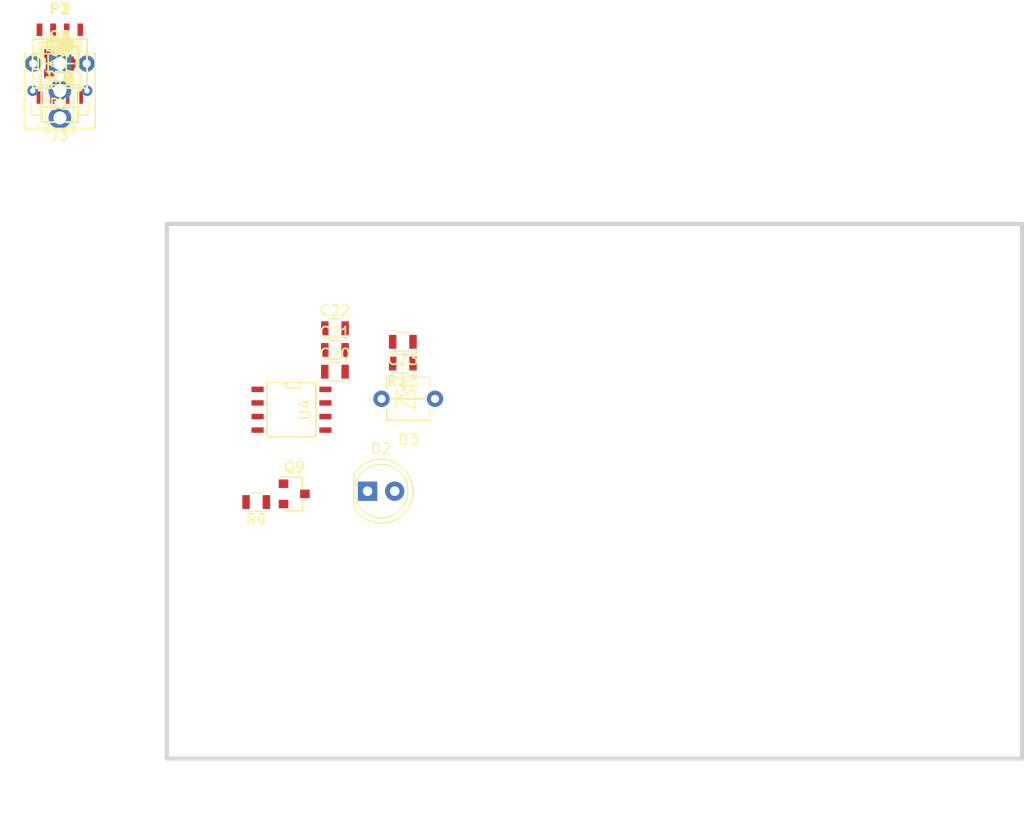
<source format=kicad_pcb>
(kicad_pcb (version 4) (host pcbnew 4.0.6-e0-6349~52~ubuntu17.04.1)

  (general
    (links 122)
    (no_connects 65)
    (area 94.323809 48.925 190.390341 126.07626)
    (thickness 1.6)
    (drawings 4)
    (tracks 0)
    (zones 0)
    (modules 67)
    (nets 34)
  )

  (page A4)
  (layers
    (0 F.Cu signal)
    (31 B.Cu signal)
    (32 B.Adhes user)
    (33 F.Adhes user)
    (34 B.Paste user)
    (35 F.Paste user)
    (36 B.SilkS user)
    (37 F.SilkS user)
    (38 B.Mask user)
    (39 F.Mask user)
    (40 Dwgs.User user)
    (41 Cmts.User user)
    (42 Eco1.User user)
    (43 Eco2.User user)
    (44 Edge.Cuts user)
    (45 Margin user)
    (46 B.CrtYd user)
    (47 F.CrtYd user)
    (48 B.Fab user)
    (49 F.Fab user)
  )

  (setup
    (last_trace_width 0.25)
    (trace_clearance 0.2)
    (zone_clearance 0.3)
    (zone_45_only no)
    (trace_min 0.2)
    (segment_width 0.2)
    (edge_width 0.1)
    (via_size 0.6)
    (via_drill 0.4)
    (via_min_size 0.4)
    (via_min_drill 0.3)
    (uvia_size 0.3)
    (uvia_drill 0.1)
    (uvias_allowed no)
    (uvia_min_size 0.2)
    (uvia_min_drill 0.1)
    (pcb_text_width 0.3)
    (pcb_text_size 1.5 1.5)
    (mod_edge_width 0.15)
    (mod_text_size 1 1)
    (mod_text_width 0.15)
    (pad_size 1.5 1.5)
    (pad_drill 0.6)
    (pad_to_mask_clearance 0)
    (aux_axis_origin 0 0)
    (visible_elements FFFFFF7F)
    (pcbplotparams
      (layerselection 0x00030_80000001)
      (usegerberextensions false)
      (excludeedgelayer true)
      (linewidth 0.100000)
      (plotframeref false)
      (viasonmask false)
      (mode 1)
      (useauxorigin false)
      (hpglpennumber 1)
      (hpglpenspeed 20)
      (hpglpendiameter 15)
      (hpglpenoverlay 2)
      (psnegative false)
      (psa4output false)
      (plotreference true)
      (plotvalue true)
      (plotinvisibletext false)
      (padsonsilk false)
      (subtractmaskfromsilk false)
      (outputformat 1)
      (mirror false)
      (drillshape 1)
      (scaleselection 1)
      (outputdirectory ""))
  )

  (net 0 "")
  (net 1 /highCurrentPart/-3.3V)
  (net 2 GND)
  (net 3 +3V3)
  (net 4 "Net-(C7-Pad1)")
  (net 5 "Net-(C7-Pad2)")
  (net 6 /interface/ADC1)
  (net 7 /interface/ADC2)
  (net 8 /interface/ADC3)
  (net 9 "Net-(C17-Pad1)")
  (net 10 "Net-(C17-Pad2)")
  (net 11 +5V)
  (net 12 "Net-(C23-Pad1)")
  (net 13 /interface/ADC4)
  (net 14 COIL_4)
  (net 15 COIL_3)
  (net 16 COIL_1)
  (net 17 COIL_2)
  (net 18 "Net-(P1-Pad3)")
  (net 19 "Net-(P2-Pad1)")
  (net 20 "Net-(P2-Pad2)")
  (net 21 Signal)
  (net 22 /interface/GPIO1)
  (net 23 /interface/GPIO3)
  (net 24 /interface/GPIO2)
  (net 25 /interface/GPIO4)
  (net 26 "Net-(Q9-Pad1)")
  (net 27 "Net-(Q9-Pad2)")
  (net 28 "Net-(D2-Pad1)")
  (net 29 "Net-(R3-Pad1)")
  (net 30 "Net-(R4-Pad2)")
  (net 31 "Net-(R6-Pad1)")
  (net 32 "Net-(R7-Pad1)")
  (net 33 "Net-(R10-Pad2)")

  (net_class Default "This is the default net class."
    (clearance 0.2)
    (trace_width 0.25)
    (via_dia 0.6)
    (via_drill 0.4)
    (uvia_dia 0.3)
    (uvia_drill 0.1)
    (add_net +3V3)
    (add_net +5V)
    (add_net /highCurrentPart/-3.3V)
    (add_net /interface/ADC1)
    (add_net /interface/ADC2)
    (add_net /interface/ADC3)
    (add_net /interface/ADC4)
    (add_net /interface/GPIO1)
    (add_net /interface/GPIO2)
    (add_net /interface/GPIO3)
    (add_net /interface/GPIO4)
    (add_net COIL_1)
    (add_net COIL_2)
    (add_net COIL_3)
    (add_net COIL_4)
    (add_net GND)
    (add_net "Net-(C17-Pad1)")
    (add_net "Net-(C17-Pad2)")
    (add_net "Net-(C23-Pad1)")
    (add_net "Net-(C7-Pad1)")
    (add_net "Net-(C7-Pad2)")
    (add_net "Net-(D2-Pad1)")
    (add_net "Net-(P1-Pad3)")
    (add_net "Net-(P2-Pad1)")
    (add_net "Net-(P2-Pad2)")
    (add_net "Net-(Q9-Pad1)")
    (add_net "Net-(Q9-Pad2)")
    (add_net "Net-(R10-Pad2)")
    (add_net "Net-(R3-Pad1)")
    (add_net "Net-(R4-Pad2)")
    (add_net "Net-(R6-Pad1)")
    (add_net "Net-(R7-Pad1)")
    (add_net Signal)
  )

  (module EuroBoard_Outline:EuroBoard_viertel_Type-I_80mmX50mm_holes (layer F.Cu) (tedit 59569445) (tstamp 5956A39D)
    (at 110 120)
    (descr "Outline, Eurocard 1/4, Type I,  80x50mm, with holes 3,5mm,")
    (tags "Outline, Eurocard 1/4, Type I, 80x50mm, with holes 3,5mm,")
    (fp_text reference REF** (at 41.00068 -54.0004) (layer F.SilkS) hide
      (effects (font (size 1 1) (thickness 0.15)))
    )
    (fp_text value EuroBoard_viertel_Type-I_80mmX50mm_holes (at 41.9989 5.00126) (layer F.Fab)
      (effects (font (size 1 1) (thickness 0.15)))
    )
    (fp_line (start 0 0) (end 0 -49.9999) (layer Edge.Cuts) (width 0.381))
    (fp_line (start 0 -49.9999) (end 79.99984 -49.9999) (layer Edge.Cuts) (width 0.381))
    (fp_line (start 79.99984 -49.9999) (end 79.99984 0) (layer Edge.Cuts) (width 0.381))
    (fp_line (start 79.99984 0) (end 0 0) (layer Edge.Cuts) (width 0.381))
    (pad "" np_thru_hole circle (at 5.00126 -5.00126) (size 3.50012 3.50012) (drill 3.50012) (layers *.Cu *.Mask))
    (pad "" np_thru_hole circle (at 5.00126 -45.00118) (size 3.50012 3.50012) (drill 3.50012) (layers *.Cu *.Mask))
    (pad "" np_thru_hole circle (at 75.00112 -45.00118) (size 3.50012 3.50012) (drill 3.50012) (layers *.Cu *.Mask))
    (pad "" np_thru_hole circle (at 75.00112 -5.00126) (size 3.50012 3.50012) (drill 3.50012) (layers *.Cu *.Mask))
  )

  (module Resistors_SMD:R_0805 (layer F.Cu) (tedit 58AADA8F) (tstamp 5956FD00)
    (at 100 55)
    (descr "Resistor SMD 0805, reflow soldering, Vishay (see dcrcw.pdf)")
    (tags "resistor 0805")
    (path /5940AE3E/5957E73A)
    (attr smd)
    (fp_text reference C1 (at 0 -1.65) (layer F.SilkS)
      (effects (font (size 1 1) (thickness 0.15)))
    )
    (fp_text value 10n (at 0 1.75) (layer F.Fab)
      (effects (font (size 1 1) (thickness 0.15)))
    )
    (fp_text user %R (at 0 -1.65) (layer F.Fab)
      (effects (font (size 1 1) (thickness 0.15)))
    )
    (fp_line (start -1 0.62) (end -1 -0.62) (layer F.Fab) (width 0.1))
    (fp_line (start 1 0.62) (end -1 0.62) (layer F.Fab) (width 0.1))
    (fp_line (start 1 -0.62) (end 1 0.62) (layer F.Fab) (width 0.1))
    (fp_line (start -1 -0.62) (end 1 -0.62) (layer F.Fab) (width 0.1))
    (fp_line (start 0.6 0.88) (end -0.6 0.88) (layer F.SilkS) (width 0.12))
    (fp_line (start -0.6 -0.88) (end 0.6 -0.88) (layer F.SilkS) (width 0.12))
    (fp_line (start -1.55 -0.9) (end 1.55 -0.9) (layer F.CrtYd) (width 0.05))
    (fp_line (start -1.55 -0.9) (end -1.55 0.9) (layer F.CrtYd) (width 0.05))
    (fp_line (start 1.55 0.9) (end 1.55 -0.9) (layer F.CrtYd) (width 0.05))
    (fp_line (start 1.55 0.9) (end -1.55 0.9) (layer F.CrtYd) (width 0.05))
    (pad 1 smd rect (at -0.95 0) (size 0.7 1.3) (layers F.Cu F.Paste F.Mask)
      (net 1 /highCurrentPart/-3.3V))
    (pad 2 smd rect (at 0.95 0) (size 0.7 1.3) (layers F.Cu F.Paste F.Mask)
      (net 2 GND))
    (model Resistors_SMD.3dshapes/R_0805.wrl
      (at (xyz 0 0 0))
      (scale (xyz 1 1 1))
      (rotate (xyz 0 0 0))
    )
  )

  (module Resistors_SMD:R_0805 (layer F.Cu) (tedit 58AADA8F) (tstamp 5956FD11)
    (at 100 55)
    (descr "Resistor SMD 0805, reflow soldering, Vishay (see dcrcw.pdf)")
    (tags "resistor 0805")
    (path /5940AE3E/5957E741)
    (attr smd)
    (fp_text reference C2 (at 0 -1.65) (layer F.SilkS)
      (effects (font (size 1 1) (thickness 0.15)))
    )
    (fp_text value 100n (at 0 1.75) (layer F.Fab)
      (effects (font (size 1 1) (thickness 0.15)))
    )
    (fp_text user %R (at 0 -1.65) (layer F.Fab)
      (effects (font (size 1 1) (thickness 0.15)))
    )
    (fp_line (start -1 0.62) (end -1 -0.62) (layer F.Fab) (width 0.1))
    (fp_line (start 1 0.62) (end -1 0.62) (layer F.Fab) (width 0.1))
    (fp_line (start 1 -0.62) (end 1 0.62) (layer F.Fab) (width 0.1))
    (fp_line (start -1 -0.62) (end 1 -0.62) (layer F.Fab) (width 0.1))
    (fp_line (start 0.6 0.88) (end -0.6 0.88) (layer F.SilkS) (width 0.12))
    (fp_line (start -0.6 -0.88) (end 0.6 -0.88) (layer F.SilkS) (width 0.12))
    (fp_line (start -1.55 -0.9) (end 1.55 -0.9) (layer F.CrtYd) (width 0.05))
    (fp_line (start -1.55 -0.9) (end -1.55 0.9) (layer F.CrtYd) (width 0.05))
    (fp_line (start 1.55 0.9) (end 1.55 -0.9) (layer F.CrtYd) (width 0.05))
    (fp_line (start 1.55 0.9) (end -1.55 0.9) (layer F.CrtYd) (width 0.05))
    (pad 1 smd rect (at -0.95 0) (size 0.7 1.3) (layers F.Cu F.Paste F.Mask)
      (net 1 /highCurrentPart/-3.3V))
    (pad 2 smd rect (at 0.95 0) (size 0.7 1.3) (layers F.Cu F.Paste F.Mask)
      (net 2 GND))
    (model Resistors_SMD.3dshapes/R_0805.wrl
      (at (xyz 0 0 0))
      (scale (xyz 1 1 1))
      (rotate (xyz 0 0 0))
    )
  )

  (module Resistors_SMD:R_0805 (layer F.Cu) (tedit 58AADA8F) (tstamp 5956FD22)
    (at 100 55)
    (descr "Resistor SMD 0805, reflow soldering, Vishay (see dcrcw.pdf)")
    (tags "resistor 0805")
    (path /5940AE3E/5957E724)
    (attr smd)
    (fp_text reference C3 (at 0 -1.65) (layer F.SilkS)
      (effects (font (size 1 1) (thickness 0.15)))
    )
    (fp_text value 1u (at 0 1.75) (layer F.Fab)
      (effects (font (size 1 1) (thickness 0.15)))
    )
    (fp_text user %R (at 0 -1.65) (layer F.Fab)
      (effects (font (size 1 1) (thickness 0.15)))
    )
    (fp_line (start -1 0.62) (end -1 -0.62) (layer F.Fab) (width 0.1))
    (fp_line (start 1 0.62) (end -1 0.62) (layer F.Fab) (width 0.1))
    (fp_line (start 1 -0.62) (end 1 0.62) (layer F.Fab) (width 0.1))
    (fp_line (start -1 -0.62) (end 1 -0.62) (layer F.Fab) (width 0.1))
    (fp_line (start 0.6 0.88) (end -0.6 0.88) (layer F.SilkS) (width 0.12))
    (fp_line (start -0.6 -0.88) (end 0.6 -0.88) (layer F.SilkS) (width 0.12))
    (fp_line (start -1.55 -0.9) (end 1.55 -0.9) (layer F.CrtYd) (width 0.05))
    (fp_line (start -1.55 -0.9) (end -1.55 0.9) (layer F.CrtYd) (width 0.05))
    (fp_line (start 1.55 0.9) (end 1.55 -0.9) (layer F.CrtYd) (width 0.05))
    (fp_line (start 1.55 0.9) (end -1.55 0.9) (layer F.CrtYd) (width 0.05))
    (pad 1 smd rect (at -0.95 0) (size 0.7 1.3) (layers F.Cu F.Paste F.Mask)
      (net 1 /highCurrentPart/-3.3V))
    (pad 2 smd rect (at 0.95 0) (size 0.7 1.3) (layers F.Cu F.Paste F.Mask)
      (net 2 GND))
    (model Resistors_SMD.3dshapes/R_0805.wrl
      (at (xyz 0 0 0))
      (scale (xyz 1 1 1))
      (rotate (xyz 0 0 0))
    )
  )

  (module Resistors_SMD:R_0805 (layer F.Cu) (tedit 58AADA8F) (tstamp 5956FD33)
    (at 100 55)
    (descr "Resistor SMD 0805, reflow soldering, Vishay (see dcrcw.pdf)")
    (tags "resistor 0805")
    (path /5940AE3E/5941B3D6)
    (attr smd)
    (fp_text reference C4 (at 0 -1.65) (layer F.SilkS)
      (effects (font (size 1 1) (thickness 0.15)))
    )
    (fp_text value 1u (at 0 1.75) (layer F.Fab)
      (effects (font (size 1 1) (thickness 0.15)))
    )
    (fp_text user %R (at 0 -1.65) (layer F.Fab)
      (effects (font (size 1 1) (thickness 0.15)))
    )
    (fp_line (start -1 0.62) (end -1 -0.62) (layer F.Fab) (width 0.1))
    (fp_line (start 1 0.62) (end -1 0.62) (layer F.Fab) (width 0.1))
    (fp_line (start 1 -0.62) (end 1 0.62) (layer F.Fab) (width 0.1))
    (fp_line (start -1 -0.62) (end 1 -0.62) (layer F.Fab) (width 0.1))
    (fp_line (start 0.6 0.88) (end -0.6 0.88) (layer F.SilkS) (width 0.12))
    (fp_line (start -0.6 -0.88) (end 0.6 -0.88) (layer F.SilkS) (width 0.12))
    (fp_line (start -1.55 -0.9) (end 1.55 -0.9) (layer F.CrtYd) (width 0.05))
    (fp_line (start -1.55 -0.9) (end -1.55 0.9) (layer F.CrtYd) (width 0.05))
    (fp_line (start 1.55 0.9) (end 1.55 -0.9) (layer F.CrtYd) (width 0.05))
    (fp_line (start 1.55 0.9) (end -1.55 0.9) (layer F.CrtYd) (width 0.05))
    (pad 1 smd rect (at -0.95 0) (size 0.7 1.3) (layers F.Cu F.Paste F.Mask)
      (net 3 +3V3))
    (pad 2 smd rect (at 0.95 0) (size 0.7 1.3) (layers F.Cu F.Paste F.Mask)
      (net 2 GND))
    (model Resistors_SMD.3dshapes/R_0805.wrl
      (at (xyz 0 0 0))
      (scale (xyz 1 1 1))
      (rotate (xyz 0 0 0))
    )
  )

  (module Resistors_SMD:R_0805 (layer F.Cu) (tedit 58AADA8F) (tstamp 5956FD44)
    (at 100 55)
    (descr "Resistor SMD 0805, reflow soldering, Vishay (see dcrcw.pdf)")
    (tags "resistor 0805")
    (path /5940AE3E/5941B3DE)
    (attr smd)
    (fp_text reference C5 (at 0 -1.65) (layer F.SilkS)
      (effects (font (size 1 1) (thickness 0.15)))
    )
    (fp_text value 100n (at 0 1.75) (layer F.Fab)
      (effects (font (size 1 1) (thickness 0.15)))
    )
    (fp_text user %R (at 0 -1.65) (layer F.Fab)
      (effects (font (size 1 1) (thickness 0.15)))
    )
    (fp_line (start -1 0.62) (end -1 -0.62) (layer F.Fab) (width 0.1))
    (fp_line (start 1 0.62) (end -1 0.62) (layer F.Fab) (width 0.1))
    (fp_line (start 1 -0.62) (end 1 0.62) (layer F.Fab) (width 0.1))
    (fp_line (start -1 -0.62) (end 1 -0.62) (layer F.Fab) (width 0.1))
    (fp_line (start 0.6 0.88) (end -0.6 0.88) (layer F.SilkS) (width 0.12))
    (fp_line (start -0.6 -0.88) (end 0.6 -0.88) (layer F.SilkS) (width 0.12))
    (fp_line (start -1.55 -0.9) (end 1.55 -0.9) (layer F.CrtYd) (width 0.05))
    (fp_line (start -1.55 -0.9) (end -1.55 0.9) (layer F.CrtYd) (width 0.05))
    (fp_line (start 1.55 0.9) (end 1.55 -0.9) (layer F.CrtYd) (width 0.05))
    (fp_line (start 1.55 0.9) (end -1.55 0.9) (layer F.CrtYd) (width 0.05))
    (pad 1 smd rect (at -0.95 0) (size 0.7 1.3) (layers F.Cu F.Paste F.Mask)
      (net 3 +3V3))
    (pad 2 smd rect (at 0.95 0) (size 0.7 1.3) (layers F.Cu F.Paste F.Mask)
      (net 2 GND))
    (model Resistors_SMD.3dshapes/R_0805.wrl
      (at (xyz 0 0 0))
      (scale (xyz 1 1 1))
      (rotate (xyz 0 0 0))
    )
  )

  (module Resistors_SMD:R_0805 (layer F.Cu) (tedit 58AADA8F) (tstamp 5956FD55)
    (at 100 55)
    (descr "Resistor SMD 0805, reflow soldering, Vishay (see dcrcw.pdf)")
    (tags "resistor 0805")
    (path /5940AE3E/5941B3E6)
    (attr smd)
    (fp_text reference C6 (at 0 -1.65) (layer F.SilkS)
      (effects (font (size 1 1) (thickness 0.15)))
    )
    (fp_text value 10n (at 0 1.75) (layer F.Fab)
      (effects (font (size 1 1) (thickness 0.15)))
    )
    (fp_text user %R (at 0 -1.65) (layer F.Fab)
      (effects (font (size 1 1) (thickness 0.15)))
    )
    (fp_line (start -1 0.62) (end -1 -0.62) (layer F.Fab) (width 0.1))
    (fp_line (start 1 0.62) (end -1 0.62) (layer F.Fab) (width 0.1))
    (fp_line (start 1 -0.62) (end 1 0.62) (layer F.Fab) (width 0.1))
    (fp_line (start -1 -0.62) (end 1 -0.62) (layer F.Fab) (width 0.1))
    (fp_line (start 0.6 0.88) (end -0.6 0.88) (layer F.SilkS) (width 0.12))
    (fp_line (start -0.6 -0.88) (end 0.6 -0.88) (layer F.SilkS) (width 0.12))
    (fp_line (start -1.55 -0.9) (end 1.55 -0.9) (layer F.CrtYd) (width 0.05))
    (fp_line (start -1.55 -0.9) (end -1.55 0.9) (layer F.CrtYd) (width 0.05))
    (fp_line (start 1.55 0.9) (end 1.55 -0.9) (layer F.CrtYd) (width 0.05))
    (fp_line (start 1.55 0.9) (end -1.55 0.9) (layer F.CrtYd) (width 0.05))
    (pad 1 smd rect (at -0.95 0) (size 0.7 1.3) (layers F.Cu F.Paste F.Mask)
      (net 3 +3V3))
    (pad 2 smd rect (at 0.95 0) (size 0.7 1.3) (layers F.Cu F.Paste F.Mask)
      (net 2 GND))
    (model Resistors_SMD.3dshapes/R_0805.wrl
      (at (xyz 0 0 0))
      (scale (xyz 1 1 1))
      (rotate (xyz 0 0 0))
    )
  )

  (module "Embedded Caps:EMBEDDED_CAP_1mm" (layer F.Cu) (tedit 59565E04) (tstamp 5956FD5B)
    (at 100 55)
    (path /5940AE3E/5957D3AB)
    (fp_text reference C7 (at 0 2.032) (layer F.SilkS)
      (effects (font (size 1 1) (thickness 0.15)))
    )
    (fp_text value 26f (at 0 -2.032) (layer F.Fab)
      (effects (font (size 1 1) (thickness 0.15)))
    )
    (pad 1 smd rect (at 0 0) (size 1 1) (layers F.Cu F.Paste F.Mask)
      (net 4 "Net-(C7-Pad1)"))
    (pad 2 smd rect (at 0 0) (size 1 1) (layers B.Cu F.Paste F.Mask)
      (net 5 "Net-(C7-Pad2)"))
  )

  (module Resistors_SMD:R_0805 (layer F.Cu) (tedit 58AADA8F) (tstamp 5956FD6C)
    (at 100 55)
    (descr "Resistor SMD 0805, reflow soldering, Vishay (see dcrcw.pdf)")
    (tags "resistor 0805")
    (path /5940AE3E/5958B68A)
    (attr smd)
    (fp_text reference C8 (at 0 -1.65) (layer F.SilkS)
      (effects (font (size 1 1) (thickness 0.15)))
    )
    (fp_text value 100n (at 0 1.75) (layer F.Fab)
      (effects (font (size 1 1) (thickness 0.15)))
    )
    (fp_text user %R (at 0 -1.65) (layer F.Fab)
      (effects (font (size 1 1) (thickness 0.15)))
    )
    (fp_line (start -1 0.62) (end -1 -0.62) (layer F.Fab) (width 0.1))
    (fp_line (start 1 0.62) (end -1 0.62) (layer F.Fab) (width 0.1))
    (fp_line (start 1 -0.62) (end 1 0.62) (layer F.Fab) (width 0.1))
    (fp_line (start -1 -0.62) (end 1 -0.62) (layer F.Fab) (width 0.1))
    (fp_line (start 0.6 0.88) (end -0.6 0.88) (layer F.SilkS) (width 0.12))
    (fp_line (start -0.6 -0.88) (end 0.6 -0.88) (layer F.SilkS) (width 0.12))
    (fp_line (start -1.55 -0.9) (end 1.55 -0.9) (layer F.CrtYd) (width 0.05))
    (fp_line (start -1.55 -0.9) (end -1.55 0.9) (layer F.CrtYd) (width 0.05))
    (fp_line (start 1.55 0.9) (end 1.55 -0.9) (layer F.CrtYd) (width 0.05))
    (fp_line (start 1.55 0.9) (end -1.55 0.9) (layer F.CrtYd) (width 0.05))
    (pad 1 smd rect (at -0.95 0) (size 0.7 1.3) (layers F.Cu F.Paste F.Mask)
      (net 2 GND))
    (pad 2 smd rect (at 0.95 0) (size 0.7 1.3) (layers F.Cu F.Paste F.Mask)
      (net 6 /interface/ADC1))
    (model Resistors_SMD.3dshapes/R_0805.wrl
      (at (xyz 0 0 0))
      (scale (xyz 1 1 1))
      (rotate (xyz 0 0 0))
    )
  )

  (module Resistors_SMD:R_0805 (layer F.Cu) (tedit 58AADA8F) (tstamp 5956FD7D)
    (at 100 55)
    (descr "Resistor SMD 0805, reflow soldering, Vishay (see dcrcw.pdf)")
    (tags "resistor 0805")
    (path /5940AE3E/595860C8)
    (attr smd)
    (fp_text reference C9 (at 0 -1.65) (layer F.SilkS)
      (effects (font (size 1 1) (thickness 0.15)))
    )
    (fp_text value 10n (at 0 1.75) (layer F.Fab)
      (effects (font (size 1 1) (thickness 0.15)))
    )
    (fp_text user %R (at 0 -1.65) (layer F.Fab)
      (effects (font (size 1 1) (thickness 0.15)))
    )
    (fp_line (start -1 0.62) (end -1 -0.62) (layer F.Fab) (width 0.1))
    (fp_line (start 1 0.62) (end -1 0.62) (layer F.Fab) (width 0.1))
    (fp_line (start 1 -0.62) (end 1 0.62) (layer F.Fab) (width 0.1))
    (fp_line (start -1 -0.62) (end 1 -0.62) (layer F.Fab) (width 0.1))
    (fp_line (start 0.6 0.88) (end -0.6 0.88) (layer F.SilkS) (width 0.12))
    (fp_line (start -0.6 -0.88) (end 0.6 -0.88) (layer F.SilkS) (width 0.12))
    (fp_line (start -1.55 -0.9) (end 1.55 -0.9) (layer F.CrtYd) (width 0.05))
    (fp_line (start -1.55 -0.9) (end -1.55 0.9) (layer F.CrtYd) (width 0.05))
    (fp_line (start 1.55 0.9) (end 1.55 -0.9) (layer F.CrtYd) (width 0.05))
    (fp_line (start 1.55 0.9) (end -1.55 0.9) (layer F.CrtYd) (width 0.05))
    (pad 1 smd rect (at -0.95 0) (size 0.7 1.3) (layers F.Cu F.Paste F.Mask)
      (net 3 +3V3))
    (pad 2 smd rect (at 0.95 0) (size 0.7 1.3) (layers F.Cu F.Paste F.Mask)
      (net 2 GND))
    (model Resistors_SMD.3dshapes/R_0805.wrl
      (at (xyz 0 0 0))
      (scale (xyz 1 1 1))
      (rotate (xyz 0 0 0))
    )
  )

  (module Resistors_SMD:R_0805 (layer F.Cu) (tedit 58AADA8F) (tstamp 5956FD8E)
    (at 100 55)
    (descr "Resistor SMD 0805, reflow soldering, Vishay (see dcrcw.pdf)")
    (tags "resistor 0805")
    (path /5940AE3E/595855BB)
    (attr smd)
    (fp_text reference C10 (at 0 -1.65) (layer F.SilkS)
      (effects (font (size 1 1) (thickness 0.15)))
    )
    (fp_text value 10n (at 0 1.75) (layer F.Fab)
      (effects (font (size 1 1) (thickness 0.15)))
    )
    (fp_text user %R (at 0 -1.65) (layer F.Fab)
      (effects (font (size 1 1) (thickness 0.15)))
    )
    (fp_line (start -1 0.62) (end -1 -0.62) (layer F.Fab) (width 0.1))
    (fp_line (start 1 0.62) (end -1 0.62) (layer F.Fab) (width 0.1))
    (fp_line (start 1 -0.62) (end 1 0.62) (layer F.Fab) (width 0.1))
    (fp_line (start -1 -0.62) (end 1 -0.62) (layer F.Fab) (width 0.1))
    (fp_line (start 0.6 0.88) (end -0.6 0.88) (layer F.SilkS) (width 0.12))
    (fp_line (start -0.6 -0.88) (end 0.6 -0.88) (layer F.SilkS) (width 0.12))
    (fp_line (start -1.55 -0.9) (end 1.55 -0.9) (layer F.CrtYd) (width 0.05))
    (fp_line (start -1.55 -0.9) (end -1.55 0.9) (layer F.CrtYd) (width 0.05))
    (fp_line (start 1.55 0.9) (end 1.55 -0.9) (layer F.CrtYd) (width 0.05))
    (fp_line (start 1.55 0.9) (end -1.55 0.9) (layer F.CrtYd) (width 0.05))
    (pad 1 smd rect (at -0.95 0) (size 0.7 1.3) (layers F.Cu F.Paste F.Mask)
      (net 1 /highCurrentPart/-3.3V))
    (pad 2 smd rect (at 0.95 0) (size 0.7 1.3) (layers F.Cu F.Paste F.Mask)
      (net 2 GND))
    (model Resistors_SMD.3dshapes/R_0805.wrl
      (at (xyz 0 0 0))
      (scale (xyz 1 1 1))
      (rotate (xyz 0 0 0))
    )
  )

  (module Resistors_SMD:R_0805 (layer F.Cu) (tedit 58AADA8F) (tstamp 5956FD9F)
    (at 100 55)
    (descr "Resistor SMD 0805, reflow soldering, Vishay (see dcrcw.pdf)")
    (tags "resistor 0805")
    (path /5940AE3E/5958D9DD)
    (attr smd)
    (fp_text reference C11 (at 0 -1.65) (layer F.SilkS)
      (effects (font (size 1 1) (thickness 0.15)))
    )
    (fp_text value 100n (at 0 1.75) (layer F.Fab)
      (effects (font (size 1 1) (thickness 0.15)))
    )
    (fp_text user %R (at 0 -1.65) (layer F.Fab)
      (effects (font (size 1 1) (thickness 0.15)))
    )
    (fp_line (start -1 0.62) (end -1 -0.62) (layer F.Fab) (width 0.1))
    (fp_line (start 1 0.62) (end -1 0.62) (layer F.Fab) (width 0.1))
    (fp_line (start 1 -0.62) (end 1 0.62) (layer F.Fab) (width 0.1))
    (fp_line (start -1 -0.62) (end 1 -0.62) (layer F.Fab) (width 0.1))
    (fp_line (start 0.6 0.88) (end -0.6 0.88) (layer F.SilkS) (width 0.12))
    (fp_line (start -0.6 -0.88) (end 0.6 -0.88) (layer F.SilkS) (width 0.12))
    (fp_line (start -1.55 -0.9) (end 1.55 -0.9) (layer F.CrtYd) (width 0.05))
    (fp_line (start -1.55 -0.9) (end -1.55 0.9) (layer F.CrtYd) (width 0.05))
    (fp_line (start 1.55 0.9) (end 1.55 -0.9) (layer F.CrtYd) (width 0.05))
    (fp_line (start 1.55 0.9) (end -1.55 0.9) (layer F.CrtYd) (width 0.05))
    (pad 1 smd rect (at -0.95 0) (size 0.7 1.3) (layers F.Cu F.Paste F.Mask)
      (net 2 GND))
    (pad 2 smd rect (at 0.95 0) (size 0.7 1.3) (layers F.Cu F.Paste F.Mask)
      (net 7 /interface/ADC2))
    (model Resistors_SMD.3dshapes/R_0805.wrl
      (at (xyz 0 0 0))
      (scale (xyz 1 1 1))
      (rotate (xyz 0 0 0))
    )
  )

  (module Resistors_SMD:R_0805 (layer F.Cu) (tedit 58AADA8F) (tstamp 5956FDB0)
    (at 100 55)
    (descr "Resistor SMD 0805, reflow soldering, Vishay (see dcrcw.pdf)")
    (tags "resistor 0805")
    (path /5940AE3E/595860CF)
    (attr smd)
    (fp_text reference C12 (at 0 -1.65) (layer F.SilkS)
      (effects (font (size 1 1) (thickness 0.15)))
    )
    (fp_text value 100n (at 0 1.75) (layer F.Fab)
      (effects (font (size 1 1) (thickness 0.15)))
    )
    (fp_text user %R (at 0 -1.65) (layer F.Fab)
      (effects (font (size 1 1) (thickness 0.15)))
    )
    (fp_line (start -1 0.62) (end -1 -0.62) (layer F.Fab) (width 0.1))
    (fp_line (start 1 0.62) (end -1 0.62) (layer F.Fab) (width 0.1))
    (fp_line (start 1 -0.62) (end 1 0.62) (layer F.Fab) (width 0.1))
    (fp_line (start -1 -0.62) (end 1 -0.62) (layer F.Fab) (width 0.1))
    (fp_line (start 0.6 0.88) (end -0.6 0.88) (layer F.SilkS) (width 0.12))
    (fp_line (start -0.6 -0.88) (end 0.6 -0.88) (layer F.SilkS) (width 0.12))
    (fp_line (start -1.55 -0.9) (end 1.55 -0.9) (layer F.CrtYd) (width 0.05))
    (fp_line (start -1.55 -0.9) (end -1.55 0.9) (layer F.CrtYd) (width 0.05))
    (fp_line (start 1.55 0.9) (end 1.55 -0.9) (layer F.CrtYd) (width 0.05))
    (fp_line (start 1.55 0.9) (end -1.55 0.9) (layer F.CrtYd) (width 0.05))
    (pad 1 smd rect (at -0.95 0) (size 0.7 1.3) (layers F.Cu F.Paste F.Mask)
      (net 3 +3V3))
    (pad 2 smd rect (at 0.95 0) (size 0.7 1.3) (layers F.Cu F.Paste F.Mask)
      (net 2 GND))
    (model Resistors_SMD.3dshapes/R_0805.wrl
      (at (xyz 0 0 0))
      (scale (xyz 1 1 1))
      (rotate (xyz 0 0 0))
    )
  )

  (module Resistors_SMD:R_0805 (layer F.Cu) (tedit 58AADA8F) (tstamp 5956FDC1)
    (at 100 55)
    (descr "Resistor SMD 0805, reflow soldering, Vishay (see dcrcw.pdf)")
    (tags "resistor 0805")
    (path /5940AE3E/595855C2)
    (attr smd)
    (fp_text reference C13 (at 0 -1.65) (layer F.SilkS)
      (effects (font (size 1 1) (thickness 0.15)))
    )
    (fp_text value 100n (at 0 1.75) (layer F.Fab)
      (effects (font (size 1 1) (thickness 0.15)))
    )
    (fp_text user %R (at 0 -1.65) (layer F.Fab)
      (effects (font (size 1 1) (thickness 0.15)))
    )
    (fp_line (start -1 0.62) (end -1 -0.62) (layer F.Fab) (width 0.1))
    (fp_line (start 1 0.62) (end -1 0.62) (layer F.Fab) (width 0.1))
    (fp_line (start 1 -0.62) (end 1 0.62) (layer F.Fab) (width 0.1))
    (fp_line (start -1 -0.62) (end 1 -0.62) (layer F.Fab) (width 0.1))
    (fp_line (start 0.6 0.88) (end -0.6 0.88) (layer F.SilkS) (width 0.12))
    (fp_line (start -0.6 -0.88) (end 0.6 -0.88) (layer F.SilkS) (width 0.12))
    (fp_line (start -1.55 -0.9) (end 1.55 -0.9) (layer F.CrtYd) (width 0.05))
    (fp_line (start -1.55 -0.9) (end -1.55 0.9) (layer F.CrtYd) (width 0.05))
    (fp_line (start 1.55 0.9) (end 1.55 -0.9) (layer F.CrtYd) (width 0.05))
    (fp_line (start 1.55 0.9) (end -1.55 0.9) (layer F.CrtYd) (width 0.05))
    (pad 1 smd rect (at -0.95 0) (size 0.7 1.3) (layers F.Cu F.Paste F.Mask)
      (net 1 /highCurrentPart/-3.3V))
    (pad 2 smd rect (at 0.95 0) (size 0.7 1.3) (layers F.Cu F.Paste F.Mask)
      (net 2 GND))
    (model Resistors_SMD.3dshapes/R_0805.wrl
      (at (xyz 0 0 0))
      (scale (xyz 1 1 1))
      (rotate (xyz 0 0 0))
    )
  )

  (module Resistors_SMD:R_0805 (layer F.Cu) (tedit 58AADA8F) (tstamp 5956FDD2)
    (at 100 55)
    (descr "Resistor SMD 0805, reflow soldering, Vishay (see dcrcw.pdf)")
    (tags "resistor 0805")
    (path /5940AE3E/595860B5)
    (attr smd)
    (fp_text reference C14 (at 0 -1.65) (layer F.SilkS)
      (effects (font (size 1 1) (thickness 0.15)))
    )
    (fp_text value 1u (at 0 1.75) (layer F.Fab)
      (effects (font (size 1 1) (thickness 0.15)))
    )
    (fp_text user %R (at 0 -1.65) (layer F.Fab)
      (effects (font (size 1 1) (thickness 0.15)))
    )
    (fp_line (start -1 0.62) (end -1 -0.62) (layer F.Fab) (width 0.1))
    (fp_line (start 1 0.62) (end -1 0.62) (layer F.Fab) (width 0.1))
    (fp_line (start 1 -0.62) (end 1 0.62) (layer F.Fab) (width 0.1))
    (fp_line (start -1 -0.62) (end 1 -0.62) (layer F.Fab) (width 0.1))
    (fp_line (start 0.6 0.88) (end -0.6 0.88) (layer F.SilkS) (width 0.12))
    (fp_line (start -0.6 -0.88) (end 0.6 -0.88) (layer F.SilkS) (width 0.12))
    (fp_line (start -1.55 -0.9) (end 1.55 -0.9) (layer F.CrtYd) (width 0.05))
    (fp_line (start -1.55 -0.9) (end -1.55 0.9) (layer F.CrtYd) (width 0.05))
    (fp_line (start 1.55 0.9) (end 1.55 -0.9) (layer F.CrtYd) (width 0.05))
    (fp_line (start 1.55 0.9) (end -1.55 0.9) (layer F.CrtYd) (width 0.05))
    (pad 1 smd rect (at -0.95 0) (size 0.7 1.3) (layers F.Cu F.Paste F.Mask)
      (net 3 +3V3))
    (pad 2 smd rect (at 0.95 0) (size 0.7 1.3) (layers F.Cu F.Paste F.Mask)
      (net 2 GND))
    (model Resistors_SMD.3dshapes/R_0805.wrl
      (at (xyz 0 0 0))
      (scale (xyz 1 1 1))
      (rotate (xyz 0 0 0))
    )
  )

  (module Resistors_SMD:R_0805 (layer F.Cu) (tedit 58AADA8F) (tstamp 5956FDE3)
    (at 100 55)
    (descr "Resistor SMD 0805, reflow soldering, Vishay (see dcrcw.pdf)")
    (tags "resistor 0805")
    (path /5940AE3E/595855A6)
    (attr smd)
    (fp_text reference C15 (at 0 -1.65) (layer F.SilkS)
      (effects (font (size 1 1) (thickness 0.15)))
    )
    (fp_text value 1u (at 0 1.75) (layer F.Fab)
      (effects (font (size 1 1) (thickness 0.15)))
    )
    (fp_text user %R (at 0 -1.65) (layer F.Fab)
      (effects (font (size 1 1) (thickness 0.15)))
    )
    (fp_line (start -1 0.62) (end -1 -0.62) (layer F.Fab) (width 0.1))
    (fp_line (start 1 0.62) (end -1 0.62) (layer F.Fab) (width 0.1))
    (fp_line (start 1 -0.62) (end 1 0.62) (layer F.Fab) (width 0.1))
    (fp_line (start -1 -0.62) (end 1 -0.62) (layer F.Fab) (width 0.1))
    (fp_line (start 0.6 0.88) (end -0.6 0.88) (layer F.SilkS) (width 0.12))
    (fp_line (start -0.6 -0.88) (end 0.6 -0.88) (layer F.SilkS) (width 0.12))
    (fp_line (start -1.55 -0.9) (end 1.55 -0.9) (layer F.CrtYd) (width 0.05))
    (fp_line (start -1.55 -0.9) (end -1.55 0.9) (layer F.CrtYd) (width 0.05))
    (fp_line (start 1.55 0.9) (end 1.55 -0.9) (layer F.CrtYd) (width 0.05))
    (fp_line (start 1.55 0.9) (end -1.55 0.9) (layer F.CrtYd) (width 0.05))
    (pad 1 smd rect (at -0.95 0) (size 0.7 1.3) (layers F.Cu F.Paste F.Mask)
      (net 1 /highCurrentPart/-3.3V))
    (pad 2 smd rect (at 0.95 0) (size 0.7 1.3) (layers F.Cu F.Paste F.Mask)
      (net 2 GND))
    (model Resistors_SMD.3dshapes/R_0805.wrl
      (at (xyz 0 0 0))
      (scale (xyz 1 1 1))
      (rotate (xyz 0 0 0))
    )
  )

  (module Resistors_SMD:R_0805 (layer F.Cu) (tedit 58AADA8F) (tstamp 5956FDF4)
    (at 100 55)
    (descr "Resistor SMD 0805, reflow soldering, Vishay (see dcrcw.pdf)")
    (tags "resistor 0805")
    (path /5940AE3E/5958E511)
    (attr smd)
    (fp_text reference C16 (at 0 -1.65) (layer F.SilkS)
      (effects (font (size 1 1) (thickness 0.15)))
    )
    (fp_text value 100n (at 0 1.75) (layer F.Fab)
      (effects (font (size 1 1) (thickness 0.15)))
    )
    (fp_text user %R (at 0 -1.65) (layer F.Fab)
      (effects (font (size 1 1) (thickness 0.15)))
    )
    (fp_line (start -1 0.62) (end -1 -0.62) (layer F.Fab) (width 0.1))
    (fp_line (start 1 0.62) (end -1 0.62) (layer F.Fab) (width 0.1))
    (fp_line (start 1 -0.62) (end 1 0.62) (layer F.Fab) (width 0.1))
    (fp_line (start -1 -0.62) (end 1 -0.62) (layer F.Fab) (width 0.1))
    (fp_line (start 0.6 0.88) (end -0.6 0.88) (layer F.SilkS) (width 0.12))
    (fp_line (start -0.6 -0.88) (end 0.6 -0.88) (layer F.SilkS) (width 0.12))
    (fp_line (start -1.55 -0.9) (end 1.55 -0.9) (layer F.CrtYd) (width 0.05))
    (fp_line (start -1.55 -0.9) (end -1.55 0.9) (layer F.CrtYd) (width 0.05))
    (fp_line (start 1.55 0.9) (end 1.55 -0.9) (layer F.CrtYd) (width 0.05))
    (fp_line (start 1.55 0.9) (end -1.55 0.9) (layer F.CrtYd) (width 0.05))
    (pad 1 smd rect (at -0.95 0) (size 0.7 1.3) (layers F.Cu F.Paste F.Mask)
      (net 2 GND))
    (pad 2 smd rect (at 0.95 0) (size 0.7 1.3) (layers F.Cu F.Paste F.Mask)
      (net 8 /interface/ADC3))
    (model Resistors_SMD.3dshapes/R_0805.wrl
      (at (xyz 0 0 0))
      (scale (xyz 1 1 1))
      (rotate (xyz 0 0 0))
    )
  )

  (module Resistors_SMD:R_0805 (layer F.Cu) (tedit 58AADA8F) (tstamp 5956FE05)
    (at 100 55)
    (descr "Resistor SMD 0805, reflow soldering, Vishay (see dcrcw.pdf)")
    (tags "resistor 0805")
    (path /59409417/5955413D)
    (attr smd)
    (fp_text reference C17 (at 0 -1.65) (layer F.SilkS)
      (effects (font (size 1 1) (thickness 0.15)))
    )
    (fp_text value 10u (at 0 1.75) (layer F.Fab)
      (effects (font (size 1 1) (thickness 0.15)))
    )
    (fp_text user %R (at 0 -1.65) (layer F.Fab)
      (effects (font (size 1 1) (thickness 0.15)))
    )
    (fp_line (start -1 0.62) (end -1 -0.62) (layer F.Fab) (width 0.1))
    (fp_line (start 1 0.62) (end -1 0.62) (layer F.Fab) (width 0.1))
    (fp_line (start 1 -0.62) (end 1 0.62) (layer F.Fab) (width 0.1))
    (fp_line (start -1 -0.62) (end 1 -0.62) (layer F.Fab) (width 0.1))
    (fp_line (start 0.6 0.88) (end -0.6 0.88) (layer F.SilkS) (width 0.12))
    (fp_line (start -0.6 -0.88) (end 0.6 -0.88) (layer F.SilkS) (width 0.12))
    (fp_line (start -1.55 -0.9) (end 1.55 -0.9) (layer F.CrtYd) (width 0.05))
    (fp_line (start -1.55 -0.9) (end -1.55 0.9) (layer F.CrtYd) (width 0.05))
    (fp_line (start 1.55 0.9) (end 1.55 -0.9) (layer F.CrtYd) (width 0.05))
    (fp_line (start 1.55 0.9) (end -1.55 0.9) (layer F.CrtYd) (width 0.05))
    (pad 1 smd rect (at -0.95 0) (size 0.7 1.3) (layers F.Cu F.Paste F.Mask)
      (net 9 "Net-(C17-Pad1)"))
    (pad 2 smd rect (at 0.95 0) (size 0.7 1.3) (layers F.Cu F.Paste F.Mask)
      (net 10 "Net-(C17-Pad2)"))
    (model Resistors_SMD.3dshapes/R_0805.wrl
      (at (xyz 0 0 0))
      (scale (xyz 1 1 1))
      (rotate (xyz 0 0 0))
    )
  )

  (module Resistors_SMD:R_0805 (layer F.Cu) (tedit 58AADA8F) (tstamp 5956FE16)
    (at 100 55)
    (descr "Resistor SMD 0805, reflow soldering, Vishay (see dcrcw.pdf)")
    (tags "resistor 0805")
    (path /59409417/595644A6)
    (attr smd)
    (fp_text reference C18 (at 0 -1.65) (layer F.SilkS)
      (effects (font (size 1 1) (thickness 0.15)))
    )
    (fp_text value 10u (at 0 1.75) (layer F.Fab)
      (effects (font (size 1 1) (thickness 0.15)))
    )
    (fp_text user %R (at 0 -1.65) (layer F.Fab)
      (effects (font (size 1 1) (thickness 0.15)))
    )
    (fp_line (start -1 0.62) (end -1 -0.62) (layer F.Fab) (width 0.1))
    (fp_line (start 1 0.62) (end -1 0.62) (layer F.Fab) (width 0.1))
    (fp_line (start 1 -0.62) (end 1 0.62) (layer F.Fab) (width 0.1))
    (fp_line (start -1 -0.62) (end 1 -0.62) (layer F.Fab) (width 0.1))
    (fp_line (start 0.6 0.88) (end -0.6 0.88) (layer F.SilkS) (width 0.12))
    (fp_line (start -0.6 -0.88) (end 0.6 -0.88) (layer F.SilkS) (width 0.12))
    (fp_line (start -1.55 -0.9) (end 1.55 -0.9) (layer F.CrtYd) (width 0.05))
    (fp_line (start -1.55 -0.9) (end -1.55 0.9) (layer F.CrtYd) (width 0.05))
    (fp_line (start 1.55 0.9) (end 1.55 -0.9) (layer F.CrtYd) (width 0.05))
    (fp_line (start 1.55 0.9) (end -1.55 0.9) (layer F.CrtYd) (width 0.05))
    (pad 1 smd rect (at -0.95 0) (size 0.7 1.3) (layers F.Cu F.Paste F.Mask)
      (net 1 /highCurrentPart/-3.3V))
    (pad 2 smd rect (at 0.95 0) (size 0.7 1.3) (layers F.Cu F.Paste F.Mask)
      (net 2 GND))
    (model Resistors_SMD.3dshapes/R_0805.wrl
      (at (xyz 0 0 0))
      (scale (xyz 1 1 1))
      (rotate (xyz 0 0 0))
    )
  )

  (module Resistors_SMD:R_0805 (layer F.Cu) (tedit 58AADA8F) (tstamp 5956FE27)
    (at 100 55)
    (descr "Resistor SMD 0805, reflow soldering, Vishay (see dcrcw.pdf)")
    (tags "resistor 0805")
    (path /59409417/59565F34)
    (attr smd)
    (fp_text reference C19 (at 0 -1.65) (layer F.SilkS)
      (effects (font (size 1 1) (thickness 0.15)))
    )
    (fp_text value 1u (at 0 1.75) (layer F.Fab)
      (effects (font (size 1 1) (thickness 0.15)))
    )
    (fp_text user %R (at 0 -1.65) (layer F.Fab)
      (effects (font (size 1 1) (thickness 0.15)))
    )
    (fp_line (start -1 0.62) (end -1 -0.62) (layer F.Fab) (width 0.1))
    (fp_line (start 1 0.62) (end -1 0.62) (layer F.Fab) (width 0.1))
    (fp_line (start 1 -0.62) (end 1 0.62) (layer F.Fab) (width 0.1))
    (fp_line (start -1 -0.62) (end 1 -0.62) (layer F.Fab) (width 0.1))
    (fp_line (start 0.6 0.88) (end -0.6 0.88) (layer F.SilkS) (width 0.12))
    (fp_line (start -0.6 -0.88) (end 0.6 -0.88) (layer F.SilkS) (width 0.12))
    (fp_line (start -1.55 -0.9) (end 1.55 -0.9) (layer F.CrtYd) (width 0.05))
    (fp_line (start -1.55 -0.9) (end -1.55 0.9) (layer F.CrtYd) (width 0.05))
    (fp_line (start 1.55 0.9) (end 1.55 -0.9) (layer F.CrtYd) (width 0.05))
    (fp_line (start 1.55 0.9) (end -1.55 0.9) (layer F.CrtYd) (width 0.05))
    (pad 1 smd rect (at -0.95 0) (size 0.7 1.3) (layers F.Cu F.Paste F.Mask)
      (net 3 +3V3))
    (pad 2 smd rect (at 0.95 0) (size 0.7 1.3) (layers F.Cu F.Paste F.Mask)
      (net 2 GND))
    (model Resistors_SMD.3dshapes/R_0805.wrl
      (at (xyz 0 0 0))
      (scale (xyz 1 1 1))
      (rotate (xyz 0 0 0))
    )
  )

  (module Resistors_SMD:R_0805 (layer F.Cu) (tedit 58AADA8F) (tstamp 5956FE38)
    (at 125.73 83.82)
    (descr "Resistor SMD 0805, reflow soldering, Vishay (see dcrcw.pdf)")
    (tags "resistor 0805")
    (path /59409417/594122D8)
    (attr smd)
    (fp_text reference C20 (at 0 -1.65) (layer F.SilkS)
      (effects (font (size 1 1) (thickness 0.15)))
    )
    (fp_text value 1u (at 0 1.75) (layer F.Fab)
      (effects (font (size 1 1) (thickness 0.15)))
    )
    (fp_text user %R (at 0 -1.65) (layer F.Fab)
      (effects (font (size 1 1) (thickness 0.15)))
    )
    (fp_line (start -1 0.62) (end -1 -0.62) (layer F.Fab) (width 0.1))
    (fp_line (start 1 0.62) (end -1 0.62) (layer F.Fab) (width 0.1))
    (fp_line (start 1 -0.62) (end 1 0.62) (layer F.Fab) (width 0.1))
    (fp_line (start -1 -0.62) (end 1 -0.62) (layer F.Fab) (width 0.1))
    (fp_line (start 0.6 0.88) (end -0.6 0.88) (layer F.SilkS) (width 0.12))
    (fp_line (start -0.6 -0.88) (end 0.6 -0.88) (layer F.SilkS) (width 0.12))
    (fp_line (start -1.55 -0.9) (end 1.55 -0.9) (layer F.CrtYd) (width 0.05))
    (fp_line (start -1.55 -0.9) (end -1.55 0.9) (layer F.CrtYd) (width 0.05))
    (fp_line (start 1.55 0.9) (end 1.55 -0.9) (layer F.CrtYd) (width 0.05))
    (fp_line (start 1.55 0.9) (end -1.55 0.9) (layer F.CrtYd) (width 0.05))
    (pad 1 smd rect (at -0.95 0) (size 0.7 1.3) (layers F.Cu F.Paste F.Mask)
      (net 11 +5V))
    (pad 2 smd rect (at 0.95 0) (size 0.7 1.3) (layers F.Cu F.Paste F.Mask)
      (net 2 GND))
    (model Resistors_SMD.3dshapes/R_0805.wrl
      (at (xyz 0 0 0))
      (scale (xyz 1 1 1))
      (rotate (xyz 0 0 0))
    )
  )

  (module Resistors_SMD:R_0805 (layer F.Cu) (tedit 58AADA8F) (tstamp 5956FE49)
    (at 125.73 81.788)
    (descr "Resistor SMD 0805, reflow soldering, Vishay (see dcrcw.pdf)")
    (tags "resistor 0805")
    (path /59409417/594122E0)
    (attr smd)
    (fp_text reference C21 (at 0 -1.65) (layer F.SilkS)
      (effects (font (size 1 1) (thickness 0.15)))
    )
    (fp_text value 100n (at 0 1.75) (layer F.Fab)
      (effects (font (size 1 1) (thickness 0.15)))
    )
    (fp_text user %R (at 0 -1.65) (layer F.Fab)
      (effects (font (size 1 1) (thickness 0.15)))
    )
    (fp_line (start -1 0.62) (end -1 -0.62) (layer F.Fab) (width 0.1))
    (fp_line (start 1 0.62) (end -1 0.62) (layer F.Fab) (width 0.1))
    (fp_line (start 1 -0.62) (end 1 0.62) (layer F.Fab) (width 0.1))
    (fp_line (start -1 -0.62) (end 1 -0.62) (layer F.Fab) (width 0.1))
    (fp_line (start 0.6 0.88) (end -0.6 0.88) (layer F.SilkS) (width 0.12))
    (fp_line (start -0.6 -0.88) (end 0.6 -0.88) (layer F.SilkS) (width 0.12))
    (fp_line (start -1.55 -0.9) (end 1.55 -0.9) (layer F.CrtYd) (width 0.05))
    (fp_line (start -1.55 -0.9) (end -1.55 0.9) (layer F.CrtYd) (width 0.05))
    (fp_line (start 1.55 0.9) (end 1.55 -0.9) (layer F.CrtYd) (width 0.05))
    (fp_line (start 1.55 0.9) (end -1.55 0.9) (layer F.CrtYd) (width 0.05))
    (pad 1 smd rect (at -0.95 0) (size 0.7 1.3) (layers F.Cu F.Paste F.Mask)
      (net 11 +5V))
    (pad 2 smd rect (at 0.95 0) (size 0.7 1.3) (layers F.Cu F.Paste F.Mask)
      (net 2 GND))
    (model Resistors_SMD.3dshapes/R_0805.wrl
      (at (xyz 0 0 0))
      (scale (xyz 1 1 1))
      (rotate (xyz 0 0 0))
    )
  )

  (module Resistors_SMD:R_0805 (layer F.Cu) (tedit 58AADA8F) (tstamp 5956FE5A)
    (at 125.73 79.756)
    (descr "Resistor SMD 0805, reflow soldering, Vishay (see dcrcw.pdf)")
    (tags "resistor 0805")
    (path /59409417/594122E8)
    (attr smd)
    (fp_text reference C22 (at 0 -1.65) (layer F.SilkS)
      (effects (font (size 1 1) (thickness 0.15)))
    )
    (fp_text value 10n (at 0 1.75) (layer F.Fab)
      (effects (font (size 1 1) (thickness 0.15)))
    )
    (fp_text user %R (at 0 -1.65) (layer F.Fab)
      (effects (font (size 1 1) (thickness 0.15)))
    )
    (fp_line (start -1 0.62) (end -1 -0.62) (layer F.Fab) (width 0.1))
    (fp_line (start 1 0.62) (end -1 0.62) (layer F.Fab) (width 0.1))
    (fp_line (start 1 -0.62) (end 1 0.62) (layer F.Fab) (width 0.1))
    (fp_line (start -1 -0.62) (end 1 -0.62) (layer F.Fab) (width 0.1))
    (fp_line (start 0.6 0.88) (end -0.6 0.88) (layer F.SilkS) (width 0.12))
    (fp_line (start -0.6 -0.88) (end 0.6 -0.88) (layer F.SilkS) (width 0.12))
    (fp_line (start -1.55 -0.9) (end 1.55 -0.9) (layer F.CrtYd) (width 0.05))
    (fp_line (start -1.55 -0.9) (end -1.55 0.9) (layer F.CrtYd) (width 0.05))
    (fp_line (start 1.55 0.9) (end 1.55 -0.9) (layer F.CrtYd) (width 0.05))
    (fp_line (start 1.55 0.9) (end -1.55 0.9) (layer F.CrtYd) (width 0.05))
    (pad 1 smd rect (at -0.95 0) (size 0.7 1.3) (layers F.Cu F.Paste F.Mask)
      (net 11 +5V))
    (pad 2 smd rect (at 0.95 0) (size 0.7 1.3) (layers F.Cu F.Paste F.Mask)
      (net 2 GND))
    (model Resistors_SMD.3dshapes/R_0805.wrl
      (at (xyz 0 0 0))
      (scale (xyz 1 1 1))
      (rotate (xyz 0 0 0))
    )
  )

  (module Resistors_SMD:R_0805 (layer F.Cu) (tedit 58AADA8F) (tstamp 5956FE6B)
    (at 132.08 81.026 180)
    (descr "Resistor SMD 0805, reflow soldering, Vishay (see dcrcw.pdf)")
    (tags "resistor 0805")
    (path /59409417/5956BF7A)
    (attr smd)
    (fp_text reference C23 (at 0 -1.65 180) (layer F.SilkS)
      (effects (font (size 1 1) (thickness 0.15)))
    )
    (fp_text value 100n (at 0 1.75 180) (layer F.Fab)
      (effects (font (size 1 1) (thickness 0.15)))
    )
    (fp_text user %R (at 0 -1.65 180) (layer F.Fab)
      (effects (font (size 1 1) (thickness 0.15)))
    )
    (fp_line (start -1 0.62) (end -1 -0.62) (layer F.Fab) (width 0.1))
    (fp_line (start 1 0.62) (end -1 0.62) (layer F.Fab) (width 0.1))
    (fp_line (start 1 -0.62) (end 1 0.62) (layer F.Fab) (width 0.1))
    (fp_line (start -1 -0.62) (end 1 -0.62) (layer F.Fab) (width 0.1))
    (fp_line (start 0.6 0.88) (end -0.6 0.88) (layer F.SilkS) (width 0.12))
    (fp_line (start -0.6 -0.88) (end 0.6 -0.88) (layer F.SilkS) (width 0.12))
    (fp_line (start -1.55 -0.9) (end 1.55 -0.9) (layer F.CrtYd) (width 0.05))
    (fp_line (start -1.55 -0.9) (end -1.55 0.9) (layer F.CrtYd) (width 0.05))
    (fp_line (start 1.55 0.9) (end 1.55 -0.9) (layer F.CrtYd) (width 0.05))
    (fp_line (start 1.55 0.9) (end -1.55 0.9) (layer F.CrtYd) (width 0.05))
    (pad 1 smd rect (at -0.95 0 180) (size 0.7 1.3) (layers F.Cu F.Paste F.Mask)
      (net 12 "Net-(C23-Pad1)"))
    (pad 2 smd rect (at 0.95 0 180) (size 0.7 1.3) (layers F.Cu F.Paste F.Mask)
      (net 13 /interface/ADC4))
    (model Resistors_SMD.3dshapes/R_0805.wrl
      (at (xyz 0 0 0))
      (scale (xyz 1 1 1))
      (rotate (xyz 0 0 0))
    )
  )

  (module Photodiodes:BPW34FA (layer F.Cu) (tedit 58FDDC7C) (tstamp 5956FE85)
    (at 100 55)
    (path /5940AE3E/5940C87D)
    (fp_text reference D1 (at 0 3.81) (layer F.SilkS)
      (effects (font (size 1 1) (thickness 0.15)))
    )
    (fp_text value BPW34 (at 0 -3.81) (layer F.Fab)
      (effects (font (size 1 1) (thickness 0.15)))
    )
    (fp_line (start -0.8 -1.2) (end -0.6 -1.1) (layer F.SilkS) (width 0.15))
    (fp_line (start -0.8 -1.2) (end -0.8 -1.5) (layer F.SilkS) (width 0.15))
    (fp_line (start -0.5 -0.8) (end -0.5 -1) (layer F.SilkS) (width 0.15))
    (fp_line (start -0.5 -1) (end -0.5 -0.8) (layer F.SilkS) (width 0.15))
    (fp_line (start -0.5 -0.8) (end -0.3 -0.7) (layer F.SilkS) (width 0.15))
    (fp_line (start -0.5 -0.8) (end 0.3 -1.3) (layer F.SilkS) (width 0.15))
    (fp_line (start -0.8 -1.2) (end 0 -1.7) (layer F.SilkS) (width 0.15))
    (fp_line (start -1.1 -0.9) (end -1.1 0.9) (layer F.SilkS) (width 0.15))
    (fp_line (start -1.1 0) (end 0.6 0.9) (layer F.SilkS) (width 0.15))
    (fp_line (start 0.6 0) (end 0.6 0.9) (layer F.SilkS) (width 0.15))
    (fp_line (start 0.6 -0.9) (end 0.6 0) (layer F.SilkS) (width 0.15))
    (fp_line (start -1.1 0) (end 0.6 -0.9) (layer F.SilkS) (width 0.15))
    (fp_line (start -1.6 0) (end 1.5 0) (layer F.SilkS) (width 0.15))
    (fp_line (start 1.5 0) (end 1.6 0) (layer F.SilkS) (width 0.15))
    (fp_line (start 2 1) (end 2 2) (layer F.SilkS) (width 0.15))
    (fp_line (start 2 -2) (end 2 -1) (layer F.SilkS) (width 0.15))
    (fp_line (start -2 1) (end -2 2) (layer F.SilkS) (width 0.15))
    (fp_line (start -2 -2) (end 2 -2) (layer F.SilkS) (width 0.15))
    (fp_line (start -2 2) (end 2 2) (layer F.SilkS) (width 0.15))
    (fp_line (start -2 -2) (end -2 -1) (layer F.SilkS) (width 0.15))
    (pad 1 thru_hole circle (at -2.5 0) (size 1.524 1.524) (drill 0.762) (layers *.Cu *.Mask)
      (net 5 "Net-(C7-Pad2)"))
    (pad 2 thru_hole circle (at 2.5 0) (size 1.524 1.524) (drill 0.762) (layers *.Cu *.Mask)
      (net 2 GND))
  )

  (module LEDs:LED_D5.0mm (layer F.Cu) (tedit 587A3A7B) (tstamp 5956FE96)
    (at 128.778 94.996)
    (descr "LED, diameter 5.0mm, 2 pins, http://cdn-reichelt.de/documents/datenblatt/A500/LL-504BC2E-009.pdf")
    (tags "LED diameter 5.0mm 2 pins")
    (path /59409417/5940A5C4)
    (fp_text reference D2 (at 1.27 -3.96) (layer F.SilkS)
      (effects (font (size 1 1) (thickness 0.15)))
    )
    (fp_text value LED (at 1.27 3.96) (layer F.Fab)
      (effects (font (size 1 1) (thickness 0.15)))
    )
    (fp_arc (start 1.27 0) (end -1.23 -1.469694) (angle 299.1) (layer F.Fab) (width 0.1))
    (fp_arc (start 1.27 0) (end -1.29 -1.54483) (angle 148.9) (layer F.SilkS) (width 0.12))
    (fp_arc (start 1.27 0) (end -1.29 1.54483) (angle -148.9) (layer F.SilkS) (width 0.12))
    (fp_circle (center 1.27 0) (end 3.77 0) (layer F.Fab) (width 0.1))
    (fp_circle (center 1.27 0) (end 3.77 0) (layer F.SilkS) (width 0.12))
    (fp_line (start -1.23 -1.469694) (end -1.23 1.469694) (layer F.Fab) (width 0.1))
    (fp_line (start -1.29 -1.545) (end -1.29 1.545) (layer F.SilkS) (width 0.12))
    (fp_line (start -1.95 -3.25) (end -1.95 3.25) (layer F.CrtYd) (width 0.05))
    (fp_line (start -1.95 3.25) (end 4.5 3.25) (layer F.CrtYd) (width 0.05))
    (fp_line (start 4.5 3.25) (end 4.5 -3.25) (layer F.CrtYd) (width 0.05))
    (fp_line (start 4.5 -3.25) (end -1.95 -3.25) (layer F.CrtYd) (width 0.05))
    (pad 1 thru_hole rect (at 0 0) (size 1.8 1.8) (drill 0.9) (layers *.Cu *.Mask)
      (net 28 "Net-(D2-Pad1)"))
    (pad 2 thru_hole circle (at 2.54 0) (size 1.8 1.8) (drill 0.9) (layers *.Cu *.Mask)
      (net 11 +5V))
    (model LEDs.3dshapes/LED_D5.0mm.wrl
      (at (xyz 0 0 0))
      (scale (xyz 0.393701 0.393701 0.393701))
      (rotate (xyz 0 0 0))
    )
  )

  (module Photodiodes:BPW34FA (layer F.Cu) (tedit 58FDDC7C) (tstamp 5956FEB0)
    (at 132.588 86.36)
    (path /59409417/5940A54D)
    (fp_text reference D3 (at 0 3.81) (layer F.SilkS)
      (effects (font (size 1 1) (thickness 0.15)))
    )
    (fp_text value BPW34 (at 0 -3.81) (layer F.Fab)
      (effects (font (size 1 1) (thickness 0.15)))
    )
    (fp_line (start -0.8 -1.2) (end -0.6 -1.1) (layer F.SilkS) (width 0.15))
    (fp_line (start -0.8 -1.2) (end -0.8 -1.5) (layer F.SilkS) (width 0.15))
    (fp_line (start -0.5 -0.8) (end -0.5 -1) (layer F.SilkS) (width 0.15))
    (fp_line (start -0.5 -1) (end -0.5 -0.8) (layer F.SilkS) (width 0.15))
    (fp_line (start -0.5 -0.8) (end -0.3 -0.7) (layer F.SilkS) (width 0.15))
    (fp_line (start -0.5 -0.8) (end 0.3 -1.3) (layer F.SilkS) (width 0.15))
    (fp_line (start -0.8 -1.2) (end 0 -1.7) (layer F.SilkS) (width 0.15))
    (fp_line (start -1.1 -0.9) (end -1.1 0.9) (layer F.SilkS) (width 0.15))
    (fp_line (start -1.1 0) (end 0.6 0.9) (layer F.SilkS) (width 0.15))
    (fp_line (start 0.6 0) (end 0.6 0.9) (layer F.SilkS) (width 0.15))
    (fp_line (start 0.6 -0.9) (end 0.6 0) (layer F.SilkS) (width 0.15))
    (fp_line (start -1.1 0) (end 0.6 -0.9) (layer F.SilkS) (width 0.15))
    (fp_line (start -1.6 0) (end 1.5 0) (layer F.SilkS) (width 0.15))
    (fp_line (start 1.5 0) (end 1.6 0) (layer F.SilkS) (width 0.15))
    (fp_line (start 2 1) (end 2 2) (layer F.SilkS) (width 0.15))
    (fp_line (start 2 -2) (end 2 -1) (layer F.SilkS) (width 0.15))
    (fp_line (start -2 1) (end -2 2) (layer F.SilkS) (width 0.15))
    (fp_line (start -2 -2) (end 2 -2) (layer F.SilkS) (width 0.15))
    (fp_line (start -2 2) (end 2 2) (layer F.SilkS) (width 0.15))
    (fp_line (start -2 -2) (end -2 -1) (layer F.SilkS) (width 0.15))
    (pad 1 thru_hole circle (at -2.5 0) (size 1.524 1.524) (drill 0.762) (layers *.Cu *.Mask)
      (net 12 "Net-(C23-Pad1)"))
    (pad 2 thru_hole circle (at 2.5 0) (size 1.524 1.524) (drill 0.762) (layers *.Cu *.Mask)
      (net 2 GND))
  )

  (module "China Connectors:LED_CONN_1.25_PITCH" (layer F.Cu) (tedit 59415C5D) (tstamp 5956FEBC)
    (at 100 55)
    (path /59409417/5956B77E)
    (fp_text reference J3 (at 0 6.7 180) (layer F.SilkS)
      (effects (font (size 1 1) (thickness 0.15)))
    )
    (fp_text value CONN_01X04 (at 0 -2.6) (layer F.Fab)
      (effects (font (size 1 1) (thickness 0.15)))
    )
    (fp_line (start 1.75 -1.725) (end 1.75 5.475) (layer F.SilkS) (width 0.15))
    (fp_line (start -1.75 -1.725) (end -1.75 5.475) (layer F.SilkS) (width 0.15))
    (fp_line (start -1.75 5.475) (end 1.75 5.475) (layer F.SilkS) (width 0.15))
    (fp_line (start -1.75 -1.725) (end 1.75 -1.725) (layer F.SilkS) (width 0.15))
    (pad 4 thru_hole circle (at 0 3.75) (size 1 1) (drill 0.7) (layers *.Cu *.Mask F.SilkS)
      (net 14 COIL_4))
    (pad 3 thru_hole circle (at 0 2.5) (size 1 1) (drill 0.7) (layers *.Cu *.Mask F.SilkS)
      (net 15 COIL_3))
    (pad 1 thru_hole circle (at 0 0) (size 1 1) (drill 0.7) (layers *.Cu *.Mask F.SilkS)
      (net 16 COIL_1))
    (pad 2 thru_hole circle (at 0 1.25) (size 1 1) (drill 0.7) (layers *.Cu *.Mask F.SilkS)
      (net 17 COIL_2))
  )

  (module "Samtec Connectors:Samtec-PHT-1-3-01-L-S" (layer F.Cu) (tedit 59410BCC) (tstamp 5956FECE)
    (at 100 55)
    (descr Samtec-PHT-1-3-01-L-S)
    (tags "pin header")
    (path /59409417/59567D00)
    (fp_text reference P1 (at 0 -5.1) (layer F.SilkS)
      (effects (font (size 1 1) (thickness 0.15)))
    )
    (fp_text value CONN_01X03 (at 0 -3.1) (layer F.Fab)
      (effects (font (size 1 1) (thickness 0.15)))
    )
    (fp_line (start -1.75 -1.75) (end -1.75 6.85) (layer F.CrtYd) (width 0.05))
    (fp_line (start 1.75 -1.75) (end 1.75 6.85) (layer F.CrtYd) (width 0.05))
    (fp_line (start -1.75 -1.75) (end 1.75 -1.75) (layer F.CrtYd) (width 0.05))
    (fp_line (start -1.75 6.85) (end 1.75 6.85) (layer F.CrtYd) (width 0.05))
    (fp_line (start -1.27 1.27) (end -1.27 6.35) (layer F.SilkS) (width 0.15))
    (fp_line (start -1.27 6.35) (end 1.27 6.35) (layer F.SilkS) (width 0.15))
    (fp_line (start 1.27 6.35) (end 1.27 1.27) (layer F.SilkS) (width 0.15))
    (fp_line (start 1.55 -1.55) (end 1.55 0) (layer F.SilkS) (width 0.15))
    (fp_line (start 1.27 1.27) (end -1.27 1.27) (layer F.SilkS) (width 0.15))
    (fp_line (start -1.55 0) (end -1.55 -1.55) (layer F.SilkS) (width 0.15))
    (fp_line (start -1.55 -1.55) (end 1.55 -1.55) (layer F.SilkS) (width 0.15))
    (pad 1 thru_hole rect (at 0 0) (size 2.1 1.9) (drill 1.2) (layers *.Cu *.Mask)
      (net 3 +3V3))
    (pad 2 thru_hole oval (at 0 2.54) (size 2.1 1.9) (drill 1.2) (layers *.Cu *.Mask))
    (pad 3 thru_hole oval (at 0 5.08) (size 2.1 1.9) (drill 1.2) (layers *.Cu *.Mask)
      (net 18 "Net-(P1-Pad3)"))
    (model Pin_Headers.3dshapes/Pin_Header_Straight_1x03.wrl
      (at (xyz 0 -0.1 0))
      (scale (xyz 1 1 1))
      (rotate (xyz 0 0 90))
    )
  )

  (module "Samtec Connectors:Samtec-PHT-1-3-01-L-S" (layer F.Cu) (tedit 59410BCC) (tstamp 5956FEE0)
    (at 100 55)
    (descr Samtec-PHT-1-3-01-L-S)
    (tags "pin header")
    (path /59409417/59416658)
    (fp_text reference P2 (at 0 -5.1) (layer F.SilkS)
      (effects (font (size 1 1) (thickness 0.15)))
    )
    (fp_text value CONN_01X03 (at 0 -3.1) (layer F.Fab)
      (effects (font (size 1 1) (thickness 0.15)))
    )
    (fp_line (start -1.75 -1.75) (end -1.75 6.85) (layer F.CrtYd) (width 0.05))
    (fp_line (start 1.75 -1.75) (end 1.75 6.85) (layer F.CrtYd) (width 0.05))
    (fp_line (start -1.75 -1.75) (end 1.75 -1.75) (layer F.CrtYd) (width 0.05))
    (fp_line (start -1.75 6.85) (end 1.75 6.85) (layer F.CrtYd) (width 0.05))
    (fp_line (start -1.27 1.27) (end -1.27 6.35) (layer F.SilkS) (width 0.15))
    (fp_line (start -1.27 6.35) (end 1.27 6.35) (layer F.SilkS) (width 0.15))
    (fp_line (start 1.27 6.35) (end 1.27 1.27) (layer F.SilkS) (width 0.15))
    (fp_line (start 1.55 -1.55) (end 1.55 0) (layer F.SilkS) (width 0.15))
    (fp_line (start 1.27 1.27) (end -1.27 1.27) (layer F.SilkS) (width 0.15))
    (fp_line (start -1.55 0) (end -1.55 -1.55) (layer F.SilkS) (width 0.15))
    (fp_line (start -1.55 -1.55) (end 1.55 -1.55) (layer F.SilkS) (width 0.15))
    (pad 1 thru_hole rect (at 0 0) (size 2.1 1.9) (drill 1.2) (layers *.Cu *.Mask)
      (net 19 "Net-(P2-Pad1)"))
    (pad 2 thru_hole oval (at 0 2.54) (size 2.1 1.9) (drill 1.2) (layers *.Cu *.Mask)
      (net 20 "Net-(P2-Pad2)"))
    (pad 3 thru_hole oval (at 0 5.08) (size 2.1 1.9) (drill 1.2) (layers *.Cu *.Mask))
    (model Pin_Headers.3dshapes/Pin_Header_Straight_1x03.wrl
      (at (xyz 0 -0.1 0))
      (scale (xyz 1 1 1))
      (rotate (xyz 0 0 90))
    )
  )

  (module "Samtec Connectors:Samtec-PHT-1-3-01-L-S" (layer F.Cu) (tedit 59410BCC) (tstamp 5956FEF2)
    (at 100 55)
    (descr Samtec-PHT-1-3-01-L-S)
    (tags "pin header")
    (path /59409417/5941362B)
    (fp_text reference P3 (at 0 -5.1) (layer F.SilkS)
      (effects (font (size 1 1) (thickness 0.15)))
    )
    (fp_text value CONN_01X03 (at 0 -3.1) (layer F.Fab)
      (effects (font (size 1 1) (thickness 0.15)))
    )
    (fp_line (start -1.75 -1.75) (end -1.75 6.85) (layer F.CrtYd) (width 0.05))
    (fp_line (start 1.75 -1.75) (end 1.75 6.85) (layer F.CrtYd) (width 0.05))
    (fp_line (start -1.75 -1.75) (end 1.75 -1.75) (layer F.CrtYd) (width 0.05))
    (fp_line (start -1.75 6.85) (end 1.75 6.85) (layer F.CrtYd) (width 0.05))
    (fp_line (start -1.27 1.27) (end -1.27 6.35) (layer F.SilkS) (width 0.15))
    (fp_line (start -1.27 6.35) (end 1.27 6.35) (layer F.SilkS) (width 0.15))
    (fp_line (start 1.27 6.35) (end 1.27 1.27) (layer F.SilkS) (width 0.15))
    (fp_line (start 1.55 -1.55) (end 1.55 0) (layer F.SilkS) (width 0.15))
    (fp_line (start 1.27 1.27) (end -1.27 1.27) (layer F.SilkS) (width 0.15))
    (fp_line (start -1.55 0) (end -1.55 -1.55) (layer F.SilkS) (width 0.15))
    (fp_line (start -1.55 -1.55) (end 1.55 -1.55) (layer F.SilkS) (width 0.15))
    (pad 1 thru_hole rect (at 0 0) (size 2.1 1.9) (drill 1.2) (layers *.Cu *.Mask)
      (net 21 Signal))
    (pad 2 thru_hole oval (at 0 2.54) (size 2.1 1.9) (drill 1.2) (layers *.Cu *.Mask)
      (net 21 Signal))
    (pad 3 thru_hole oval (at 0 5.08) (size 2.1 1.9) (drill 1.2) (layers *.Cu *.Mask)
      (net 21 Signal))
    (model Pin_Headers.3dshapes/Pin_Header_Straight_1x03.wrl
      (at (xyz 0 -0.1 0))
      (scale (xyz 1 1 1))
      (rotate (xyz 0 0 90))
    )
  )

  (module TO_SOT_Packages_SMD:SOT-23 (layer F.Cu) (tedit 5883B105) (tstamp 5956FF06)
    (at 100 55)
    (descr "SOT-23, Standard")
    (tags SOT-23)
    (path /59409417/5956290B)
    (attr smd)
    (fp_text reference Q1 (at 0 -2.5) (layer F.SilkS)
      (effects (font (size 1 1) (thickness 0.15)))
    )
    (fp_text value DMP2035U (at 0 2.5) (layer F.Fab)
      (effects (font (size 1 1) (thickness 0.15)))
    )
    (fp_line (start -0.7 -0.95) (end -0.7 1.5) (layer F.Fab) (width 0.1))
    (fp_line (start -0.15 -1.52) (end 0.7 -1.52) (layer F.Fab) (width 0.1))
    (fp_line (start -0.7 -0.95) (end -0.15 -1.52) (layer F.Fab) (width 0.1))
    (fp_line (start 0.7 -1.52) (end 0.7 1.52) (layer F.Fab) (width 0.1))
    (fp_line (start -0.7 1.52) (end 0.7 1.52) (layer F.Fab) (width 0.1))
    (fp_line (start 0.76 1.58) (end 0.76 0.65) (layer F.SilkS) (width 0.12))
    (fp_line (start 0.76 -1.58) (end 0.76 -0.65) (layer F.SilkS) (width 0.12))
    (fp_line (start -1.7 -1.75) (end 1.7 -1.75) (layer F.CrtYd) (width 0.05))
    (fp_line (start 1.7 -1.75) (end 1.7 1.75) (layer F.CrtYd) (width 0.05))
    (fp_line (start 1.7 1.75) (end -1.7 1.75) (layer F.CrtYd) (width 0.05))
    (fp_line (start -1.7 1.75) (end -1.7 -1.75) (layer F.CrtYd) (width 0.05))
    (fp_line (start 0.76 -1.58) (end -1.4 -1.58) (layer F.SilkS) (width 0.12))
    (fp_line (start 0.76 1.58) (end -0.7 1.58) (layer F.SilkS) (width 0.12))
    (pad 1 smd rect (at -1 -0.95) (size 0.9 0.8) (layers F.Cu F.Paste F.Mask)
      (net 22 /interface/GPIO1))
    (pad 2 smd rect (at -1 0.95) (size 0.9 0.8) (layers F.Cu F.Paste F.Mask)
      (net 11 +5V))
    (pad 3 smd rect (at 1 0) (size 0.9 0.8) (layers F.Cu F.Paste F.Mask)
      (net 16 COIL_1))
    (model TO_SOT_Packages_SMD.3dshapes/SOT-23.wrl
      (at (xyz 0 0 0))
      (scale (xyz 1 1 1))
      (rotate (xyz 0 0 90))
    )
  )

  (module TO_SOT_Packages_SMD:SOT-23 (layer F.Cu) (tedit 5883B105) (tstamp 5956FF1A)
    (at 100 55)
    (descr "SOT-23, Standard")
    (tags SOT-23)
    (path /59409417/59562912)
    (attr smd)
    (fp_text reference Q2 (at 0 -2.5) (layer F.SilkS)
      (effects (font (size 1 1) (thickness 0.15)))
    )
    (fp_text value TSM2314 (at 0 2.5) (layer F.Fab)
      (effects (font (size 1 1) (thickness 0.15)))
    )
    (fp_line (start -0.7 -0.95) (end -0.7 1.5) (layer F.Fab) (width 0.1))
    (fp_line (start -0.15 -1.52) (end 0.7 -1.52) (layer F.Fab) (width 0.1))
    (fp_line (start -0.7 -0.95) (end -0.15 -1.52) (layer F.Fab) (width 0.1))
    (fp_line (start 0.7 -1.52) (end 0.7 1.52) (layer F.Fab) (width 0.1))
    (fp_line (start -0.7 1.52) (end 0.7 1.52) (layer F.Fab) (width 0.1))
    (fp_line (start 0.76 1.58) (end 0.76 0.65) (layer F.SilkS) (width 0.12))
    (fp_line (start 0.76 -1.58) (end 0.76 -0.65) (layer F.SilkS) (width 0.12))
    (fp_line (start -1.7 -1.75) (end 1.7 -1.75) (layer F.CrtYd) (width 0.05))
    (fp_line (start 1.7 -1.75) (end 1.7 1.75) (layer F.CrtYd) (width 0.05))
    (fp_line (start 1.7 1.75) (end -1.7 1.75) (layer F.CrtYd) (width 0.05))
    (fp_line (start -1.7 1.75) (end -1.7 -1.75) (layer F.CrtYd) (width 0.05))
    (fp_line (start 0.76 -1.58) (end -1.4 -1.58) (layer F.SilkS) (width 0.12))
    (fp_line (start 0.76 1.58) (end -0.7 1.58) (layer F.SilkS) (width 0.12))
    (pad 1 smd rect (at -1 -0.95) (size 0.9 0.8) (layers F.Cu F.Paste F.Mask)
      (net 22 /interface/GPIO1))
    (pad 2 smd rect (at -1 0.95) (size 0.9 0.8) (layers F.Cu F.Paste F.Mask)
      (net 2 GND))
    (pad 3 smd rect (at 1 0) (size 0.9 0.8) (layers F.Cu F.Paste F.Mask)
      (net 16 COIL_1))
    (model TO_SOT_Packages_SMD.3dshapes/SOT-23.wrl
      (at (xyz 0 0 0))
      (scale (xyz 1 1 1))
      (rotate (xyz 0 0 90))
    )
  )

  (module TO_SOT_Packages_SMD:SOT-23 (layer F.Cu) (tedit 5883B105) (tstamp 5956FF2E)
    (at 100 55)
    (descr "SOT-23, Standard")
    (tags SOT-23)
    (path /59409417/59556D86)
    (attr smd)
    (fp_text reference Q3 (at 0 -2.5) (layer F.SilkS)
      (effects (font (size 1 1) (thickness 0.15)))
    )
    (fp_text value DMP2035U (at 0 2.5) (layer F.Fab)
      (effects (font (size 1 1) (thickness 0.15)))
    )
    (fp_line (start -0.7 -0.95) (end -0.7 1.5) (layer F.Fab) (width 0.1))
    (fp_line (start -0.15 -1.52) (end 0.7 -1.52) (layer F.Fab) (width 0.1))
    (fp_line (start -0.7 -0.95) (end -0.15 -1.52) (layer F.Fab) (width 0.1))
    (fp_line (start 0.7 -1.52) (end 0.7 1.52) (layer F.Fab) (width 0.1))
    (fp_line (start -0.7 1.52) (end 0.7 1.52) (layer F.Fab) (width 0.1))
    (fp_line (start 0.76 1.58) (end 0.76 0.65) (layer F.SilkS) (width 0.12))
    (fp_line (start 0.76 -1.58) (end 0.76 -0.65) (layer F.SilkS) (width 0.12))
    (fp_line (start -1.7 -1.75) (end 1.7 -1.75) (layer F.CrtYd) (width 0.05))
    (fp_line (start 1.7 -1.75) (end 1.7 1.75) (layer F.CrtYd) (width 0.05))
    (fp_line (start 1.7 1.75) (end -1.7 1.75) (layer F.CrtYd) (width 0.05))
    (fp_line (start -1.7 1.75) (end -1.7 -1.75) (layer F.CrtYd) (width 0.05))
    (fp_line (start 0.76 -1.58) (end -1.4 -1.58) (layer F.SilkS) (width 0.12))
    (fp_line (start 0.76 1.58) (end -0.7 1.58) (layer F.SilkS) (width 0.12))
    (pad 1 smd rect (at -1 -0.95) (size 0.9 0.8) (layers F.Cu F.Paste F.Mask)
      (net 23 /interface/GPIO3))
    (pad 2 smd rect (at -1 0.95) (size 0.9 0.8) (layers F.Cu F.Paste F.Mask)
      (net 11 +5V))
    (pad 3 smd rect (at 1 0) (size 0.9 0.8) (layers F.Cu F.Paste F.Mask)
      (net 15 COIL_3))
    (model TO_SOT_Packages_SMD.3dshapes/SOT-23.wrl
      (at (xyz 0 0 0))
      (scale (xyz 1 1 1))
      (rotate (xyz 0 0 90))
    )
  )

  (module TO_SOT_Packages_SMD:SOT-23 (layer F.Cu) (tedit 5883B105) (tstamp 5956FF42)
    (at 100 55)
    (descr "SOT-23, Standard")
    (tags SOT-23)
    (path /59409417/59557415)
    (attr smd)
    (fp_text reference Q4 (at 0 -2.5) (layer F.SilkS)
      (effects (font (size 1 1) (thickness 0.15)))
    )
    (fp_text value TSM2314 (at 0 2.5) (layer F.Fab)
      (effects (font (size 1 1) (thickness 0.15)))
    )
    (fp_line (start -0.7 -0.95) (end -0.7 1.5) (layer F.Fab) (width 0.1))
    (fp_line (start -0.15 -1.52) (end 0.7 -1.52) (layer F.Fab) (width 0.1))
    (fp_line (start -0.7 -0.95) (end -0.15 -1.52) (layer F.Fab) (width 0.1))
    (fp_line (start 0.7 -1.52) (end 0.7 1.52) (layer F.Fab) (width 0.1))
    (fp_line (start -0.7 1.52) (end 0.7 1.52) (layer F.Fab) (width 0.1))
    (fp_line (start 0.76 1.58) (end 0.76 0.65) (layer F.SilkS) (width 0.12))
    (fp_line (start 0.76 -1.58) (end 0.76 -0.65) (layer F.SilkS) (width 0.12))
    (fp_line (start -1.7 -1.75) (end 1.7 -1.75) (layer F.CrtYd) (width 0.05))
    (fp_line (start 1.7 -1.75) (end 1.7 1.75) (layer F.CrtYd) (width 0.05))
    (fp_line (start 1.7 1.75) (end -1.7 1.75) (layer F.CrtYd) (width 0.05))
    (fp_line (start -1.7 1.75) (end -1.7 -1.75) (layer F.CrtYd) (width 0.05))
    (fp_line (start 0.76 -1.58) (end -1.4 -1.58) (layer F.SilkS) (width 0.12))
    (fp_line (start 0.76 1.58) (end -0.7 1.58) (layer F.SilkS) (width 0.12))
    (pad 1 smd rect (at -1 -0.95) (size 0.9 0.8) (layers F.Cu F.Paste F.Mask)
      (net 23 /interface/GPIO3))
    (pad 2 smd rect (at -1 0.95) (size 0.9 0.8) (layers F.Cu F.Paste F.Mask)
      (net 2 GND))
    (pad 3 smd rect (at 1 0) (size 0.9 0.8) (layers F.Cu F.Paste F.Mask)
      (net 15 COIL_3))
    (model TO_SOT_Packages_SMD.3dshapes/SOT-23.wrl
      (at (xyz 0 0 0))
      (scale (xyz 1 1 1))
      (rotate (xyz 0 0 90))
    )
  )

  (module TO_SOT_Packages_SMD:SOT-23 (layer F.Cu) (tedit 5883B105) (tstamp 5956FF56)
    (at 100 55)
    (descr "SOT-23, Standard")
    (tags SOT-23)
    (path /59409417/59562954)
    (attr smd)
    (fp_text reference Q5 (at 0 -2.5) (layer F.SilkS)
      (effects (font (size 1 1) (thickness 0.15)))
    )
    (fp_text value DMP2035U (at 0 2.5) (layer F.Fab)
      (effects (font (size 1 1) (thickness 0.15)))
    )
    (fp_line (start -0.7 -0.95) (end -0.7 1.5) (layer F.Fab) (width 0.1))
    (fp_line (start -0.15 -1.52) (end 0.7 -1.52) (layer F.Fab) (width 0.1))
    (fp_line (start -0.7 -0.95) (end -0.15 -1.52) (layer F.Fab) (width 0.1))
    (fp_line (start 0.7 -1.52) (end 0.7 1.52) (layer F.Fab) (width 0.1))
    (fp_line (start -0.7 1.52) (end 0.7 1.52) (layer F.Fab) (width 0.1))
    (fp_line (start 0.76 1.58) (end 0.76 0.65) (layer F.SilkS) (width 0.12))
    (fp_line (start 0.76 -1.58) (end 0.76 -0.65) (layer F.SilkS) (width 0.12))
    (fp_line (start -1.7 -1.75) (end 1.7 -1.75) (layer F.CrtYd) (width 0.05))
    (fp_line (start 1.7 -1.75) (end 1.7 1.75) (layer F.CrtYd) (width 0.05))
    (fp_line (start 1.7 1.75) (end -1.7 1.75) (layer F.CrtYd) (width 0.05))
    (fp_line (start -1.7 1.75) (end -1.7 -1.75) (layer F.CrtYd) (width 0.05))
    (fp_line (start 0.76 -1.58) (end -1.4 -1.58) (layer F.SilkS) (width 0.12))
    (fp_line (start 0.76 1.58) (end -0.7 1.58) (layer F.SilkS) (width 0.12))
    (pad 1 smd rect (at -1 -0.95) (size 0.9 0.8) (layers F.Cu F.Paste F.Mask)
      (net 24 /interface/GPIO2))
    (pad 2 smd rect (at -1 0.95) (size 0.9 0.8) (layers F.Cu F.Paste F.Mask)
      (net 11 +5V))
    (pad 3 smd rect (at 1 0) (size 0.9 0.8) (layers F.Cu F.Paste F.Mask)
      (net 17 COIL_2))
    (model TO_SOT_Packages_SMD.3dshapes/SOT-23.wrl
      (at (xyz 0 0 0))
      (scale (xyz 1 1 1))
      (rotate (xyz 0 0 90))
    )
  )

  (module TO_SOT_Packages_SMD:SOT-23 (layer F.Cu) (tedit 5883B105) (tstamp 5956FF6A)
    (at 100 55)
    (descr "SOT-23, Standard")
    (tags SOT-23)
    (path /59409417/5956294D)
    (attr smd)
    (fp_text reference Q6 (at 0 -2.5) (layer F.SilkS)
      (effects (font (size 1 1) (thickness 0.15)))
    )
    (fp_text value TSM2314 (at 0 2.5) (layer F.Fab)
      (effects (font (size 1 1) (thickness 0.15)))
    )
    (fp_line (start -0.7 -0.95) (end -0.7 1.5) (layer F.Fab) (width 0.1))
    (fp_line (start -0.15 -1.52) (end 0.7 -1.52) (layer F.Fab) (width 0.1))
    (fp_line (start -0.7 -0.95) (end -0.15 -1.52) (layer F.Fab) (width 0.1))
    (fp_line (start 0.7 -1.52) (end 0.7 1.52) (layer F.Fab) (width 0.1))
    (fp_line (start -0.7 1.52) (end 0.7 1.52) (layer F.Fab) (width 0.1))
    (fp_line (start 0.76 1.58) (end 0.76 0.65) (layer F.SilkS) (width 0.12))
    (fp_line (start 0.76 -1.58) (end 0.76 -0.65) (layer F.SilkS) (width 0.12))
    (fp_line (start -1.7 -1.75) (end 1.7 -1.75) (layer F.CrtYd) (width 0.05))
    (fp_line (start 1.7 -1.75) (end 1.7 1.75) (layer F.CrtYd) (width 0.05))
    (fp_line (start 1.7 1.75) (end -1.7 1.75) (layer F.CrtYd) (width 0.05))
    (fp_line (start -1.7 1.75) (end -1.7 -1.75) (layer F.CrtYd) (width 0.05))
    (fp_line (start 0.76 -1.58) (end -1.4 -1.58) (layer F.SilkS) (width 0.12))
    (fp_line (start 0.76 1.58) (end -0.7 1.58) (layer F.SilkS) (width 0.12))
    (pad 1 smd rect (at -1 -0.95) (size 0.9 0.8) (layers F.Cu F.Paste F.Mask)
      (net 24 /interface/GPIO2))
    (pad 2 smd rect (at -1 0.95) (size 0.9 0.8) (layers F.Cu F.Paste F.Mask)
      (net 2 GND))
    (pad 3 smd rect (at 1 0) (size 0.9 0.8) (layers F.Cu F.Paste F.Mask)
      (net 17 COIL_2))
    (model TO_SOT_Packages_SMD.3dshapes/SOT-23.wrl
      (at (xyz 0 0 0))
      (scale (xyz 1 1 1))
      (rotate (xyz 0 0 90))
    )
  )

  (module TO_SOT_Packages_SMD:SOT-23 (layer F.Cu) (tedit 5883B105) (tstamp 5956FF7E)
    (at 100 55)
    (descr "SOT-23, Standard")
    (tags SOT-23)
    (path /59409417/5955D522)
    (attr smd)
    (fp_text reference Q7 (at 0 -2.5) (layer F.SilkS)
      (effects (font (size 1 1) (thickness 0.15)))
    )
    (fp_text value DMP2035U (at 0 2.5) (layer F.Fab)
      (effects (font (size 1 1) (thickness 0.15)))
    )
    (fp_line (start -0.7 -0.95) (end -0.7 1.5) (layer F.Fab) (width 0.1))
    (fp_line (start -0.15 -1.52) (end 0.7 -1.52) (layer F.Fab) (width 0.1))
    (fp_line (start -0.7 -0.95) (end -0.15 -1.52) (layer F.Fab) (width 0.1))
    (fp_line (start 0.7 -1.52) (end 0.7 1.52) (layer F.Fab) (width 0.1))
    (fp_line (start -0.7 1.52) (end 0.7 1.52) (layer F.Fab) (width 0.1))
    (fp_line (start 0.76 1.58) (end 0.76 0.65) (layer F.SilkS) (width 0.12))
    (fp_line (start 0.76 -1.58) (end 0.76 -0.65) (layer F.SilkS) (width 0.12))
    (fp_line (start -1.7 -1.75) (end 1.7 -1.75) (layer F.CrtYd) (width 0.05))
    (fp_line (start 1.7 -1.75) (end 1.7 1.75) (layer F.CrtYd) (width 0.05))
    (fp_line (start 1.7 1.75) (end -1.7 1.75) (layer F.CrtYd) (width 0.05))
    (fp_line (start -1.7 1.75) (end -1.7 -1.75) (layer F.CrtYd) (width 0.05))
    (fp_line (start 0.76 -1.58) (end -1.4 -1.58) (layer F.SilkS) (width 0.12))
    (fp_line (start 0.76 1.58) (end -0.7 1.58) (layer F.SilkS) (width 0.12))
    (pad 1 smd rect (at -1 -0.95) (size 0.9 0.8) (layers F.Cu F.Paste F.Mask)
      (net 25 /interface/GPIO4))
    (pad 2 smd rect (at -1 0.95) (size 0.9 0.8) (layers F.Cu F.Paste F.Mask)
      (net 11 +5V))
    (pad 3 smd rect (at 1 0) (size 0.9 0.8) (layers F.Cu F.Paste F.Mask)
      (net 14 COIL_4))
    (model TO_SOT_Packages_SMD.3dshapes/SOT-23.wrl
      (at (xyz 0 0 0))
      (scale (xyz 1 1 1))
      (rotate (xyz 0 0 90))
    )
  )

  (module TO_SOT_Packages_SMD:SOT-23 (layer F.Cu) (tedit 5883B105) (tstamp 5956FF92)
    (at 100 55)
    (descr "SOT-23, Standard")
    (tags SOT-23)
    (path /59409417/59558B41)
    (attr smd)
    (fp_text reference Q8 (at 0 -2.5) (layer F.SilkS)
      (effects (font (size 1 1) (thickness 0.15)))
    )
    (fp_text value TSM2314 (at 0 2.5) (layer F.Fab)
      (effects (font (size 1 1) (thickness 0.15)))
    )
    (fp_line (start -0.7 -0.95) (end -0.7 1.5) (layer F.Fab) (width 0.1))
    (fp_line (start -0.15 -1.52) (end 0.7 -1.52) (layer F.Fab) (width 0.1))
    (fp_line (start -0.7 -0.95) (end -0.15 -1.52) (layer F.Fab) (width 0.1))
    (fp_line (start 0.7 -1.52) (end 0.7 1.52) (layer F.Fab) (width 0.1))
    (fp_line (start -0.7 1.52) (end 0.7 1.52) (layer F.Fab) (width 0.1))
    (fp_line (start 0.76 1.58) (end 0.76 0.65) (layer F.SilkS) (width 0.12))
    (fp_line (start 0.76 -1.58) (end 0.76 -0.65) (layer F.SilkS) (width 0.12))
    (fp_line (start -1.7 -1.75) (end 1.7 -1.75) (layer F.CrtYd) (width 0.05))
    (fp_line (start 1.7 -1.75) (end 1.7 1.75) (layer F.CrtYd) (width 0.05))
    (fp_line (start 1.7 1.75) (end -1.7 1.75) (layer F.CrtYd) (width 0.05))
    (fp_line (start -1.7 1.75) (end -1.7 -1.75) (layer F.CrtYd) (width 0.05))
    (fp_line (start 0.76 -1.58) (end -1.4 -1.58) (layer F.SilkS) (width 0.12))
    (fp_line (start 0.76 1.58) (end -0.7 1.58) (layer F.SilkS) (width 0.12))
    (pad 1 smd rect (at -1 -0.95) (size 0.9 0.8) (layers F.Cu F.Paste F.Mask)
      (net 25 /interface/GPIO4))
    (pad 2 smd rect (at -1 0.95) (size 0.9 0.8) (layers F.Cu F.Paste F.Mask)
      (net 2 GND))
    (pad 3 smd rect (at 1 0) (size 0.9 0.8) (layers F.Cu F.Paste F.Mask)
      (net 14 COIL_4))
    (model TO_SOT_Packages_SMD.3dshapes/SOT-23.wrl
      (at (xyz 0 0 0))
      (scale (xyz 1 1 1))
      (rotate (xyz 0 0 90))
    )
  )

  (module TO_SOT_Packages_SMD:SOT-23 (layer F.Cu) (tedit 5883B105) (tstamp 5956FFA6)
    (at 121.92 95.25)
    (descr "SOT-23, Standard")
    (tags SOT-23)
    (path /59409417/5940A5EB)
    (attr smd)
    (fp_text reference Q9 (at 0 -2.5) (layer F.SilkS)
      (effects (font (size 1 1) (thickness 0.15)))
    )
    (fp_text value MMBT3904 (at 0 2.5) (layer F.Fab)
      (effects (font (size 1 1) (thickness 0.15)))
    )
    (fp_line (start -0.7 -0.95) (end -0.7 1.5) (layer F.Fab) (width 0.1))
    (fp_line (start -0.15 -1.52) (end 0.7 -1.52) (layer F.Fab) (width 0.1))
    (fp_line (start -0.7 -0.95) (end -0.15 -1.52) (layer F.Fab) (width 0.1))
    (fp_line (start 0.7 -1.52) (end 0.7 1.52) (layer F.Fab) (width 0.1))
    (fp_line (start -0.7 1.52) (end 0.7 1.52) (layer F.Fab) (width 0.1))
    (fp_line (start 0.76 1.58) (end 0.76 0.65) (layer F.SilkS) (width 0.12))
    (fp_line (start 0.76 -1.58) (end 0.76 -0.65) (layer F.SilkS) (width 0.12))
    (fp_line (start -1.7 -1.75) (end 1.7 -1.75) (layer F.CrtYd) (width 0.05))
    (fp_line (start 1.7 -1.75) (end 1.7 1.75) (layer F.CrtYd) (width 0.05))
    (fp_line (start 1.7 1.75) (end -1.7 1.75) (layer F.CrtYd) (width 0.05))
    (fp_line (start -1.7 1.75) (end -1.7 -1.75) (layer F.CrtYd) (width 0.05))
    (fp_line (start 0.76 -1.58) (end -1.4 -1.58) (layer F.SilkS) (width 0.12))
    (fp_line (start 0.76 1.58) (end -0.7 1.58) (layer F.SilkS) (width 0.12))
    (pad 1 smd rect (at -1 -0.95) (size 0.9 0.8) (layers F.Cu F.Paste F.Mask)
      (net 26 "Net-(Q9-Pad1)"))
    (pad 2 smd rect (at -1 0.95) (size 0.9 0.8) (layers F.Cu F.Paste F.Mask)
      (net 27 "Net-(Q9-Pad2)"))
    (pad 3 smd rect (at 1 0) (size 0.9 0.8) (layers F.Cu F.Paste F.Mask)
      (net 28 "Net-(D2-Pad1)"))
    (model TO_SOT_Packages_SMD.3dshapes/SOT-23.wrl
      (at (xyz 0 0 0))
      (scale (xyz 1 1 1))
      (rotate (xyz 0 0 90))
    )
  )

  (module Resistors_SMD:R_0805 (layer F.Cu) (tedit 58AADA8F) (tstamp 5956FFB7)
    (at 100 55)
    (descr "Resistor SMD 0805, reflow soldering, Vishay (see dcrcw.pdf)")
    (tags "resistor 0805")
    (path /5940AE3E/5957D2D0)
    (attr smd)
    (fp_text reference R1 (at 0 -1.65) (layer F.SilkS)
      (effects (font (size 1 1) (thickness 0.15)))
    )
    (fp_text value 10G (at 0 1.75) (layer F.Fab)
      (effects (font (size 1 1) (thickness 0.15)))
    )
    (fp_text user %R (at 0 -1.65) (layer F.Fab)
      (effects (font (size 1 1) (thickness 0.15)))
    )
    (fp_line (start -1 0.62) (end -1 -0.62) (layer F.Fab) (width 0.1))
    (fp_line (start 1 0.62) (end -1 0.62) (layer F.Fab) (width 0.1))
    (fp_line (start 1 -0.62) (end 1 0.62) (layer F.Fab) (width 0.1))
    (fp_line (start -1 -0.62) (end 1 -0.62) (layer F.Fab) (width 0.1))
    (fp_line (start 0.6 0.88) (end -0.6 0.88) (layer F.SilkS) (width 0.12))
    (fp_line (start -0.6 -0.88) (end 0.6 -0.88) (layer F.SilkS) (width 0.12))
    (fp_line (start -1.55 -0.9) (end 1.55 -0.9) (layer F.CrtYd) (width 0.05))
    (fp_line (start -1.55 -0.9) (end -1.55 0.9) (layer F.CrtYd) (width 0.05))
    (fp_line (start 1.55 0.9) (end 1.55 -0.9) (layer F.CrtYd) (width 0.05))
    (fp_line (start 1.55 0.9) (end -1.55 0.9) (layer F.CrtYd) (width 0.05))
    (pad 1 smd rect (at -0.95 0) (size 0.7 1.3) (layers F.Cu F.Paste F.Mask)
      (net 4 "Net-(C7-Pad1)"))
    (pad 2 smd rect (at 0.95 0) (size 0.7 1.3) (layers F.Cu F.Paste F.Mask)
      (net 5 "Net-(C7-Pad2)"))
    (model Resistors_SMD.3dshapes/R_0805.wrl
      (at (xyz 0 0 0))
      (scale (xyz 1 1 1))
      (rotate (xyz 0 0 0))
    )
  )

  (module Resistors_SMD:R_0805 (layer F.Cu) (tedit 58AADA8F) (tstamp 5956FFC8)
    (at 100 55)
    (descr "Resistor SMD 0805, reflow soldering, Vishay (see dcrcw.pdf)")
    (tags "resistor 0805")
    (path /5940AE3E/5958B7E0)
    (attr smd)
    (fp_text reference R2 (at 0 -1.65) (layer F.SilkS)
      (effects (font (size 1 1) (thickness 0.15)))
    )
    (fp_text value 2.4k (at 0 1.75) (layer F.Fab)
      (effects (font (size 1 1) (thickness 0.15)))
    )
    (fp_text user %R (at 0 -1.65) (layer F.Fab)
      (effects (font (size 1 1) (thickness 0.15)))
    )
    (fp_line (start -1 0.62) (end -1 -0.62) (layer F.Fab) (width 0.1))
    (fp_line (start 1 0.62) (end -1 0.62) (layer F.Fab) (width 0.1))
    (fp_line (start 1 -0.62) (end 1 0.62) (layer F.Fab) (width 0.1))
    (fp_line (start -1 -0.62) (end 1 -0.62) (layer F.Fab) (width 0.1))
    (fp_line (start 0.6 0.88) (end -0.6 0.88) (layer F.SilkS) (width 0.12))
    (fp_line (start -0.6 -0.88) (end 0.6 -0.88) (layer F.SilkS) (width 0.12))
    (fp_line (start -1.55 -0.9) (end 1.55 -0.9) (layer F.CrtYd) (width 0.05))
    (fp_line (start -1.55 -0.9) (end -1.55 0.9) (layer F.CrtYd) (width 0.05))
    (fp_line (start 1.55 0.9) (end 1.55 -0.9) (layer F.CrtYd) (width 0.05))
    (fp_line (start 1.55 0.9) (end -1.55 0.9) (layer F.CrtYd) (width 0.05))
    (pad 1 smd rect (at -0.95 0) (size 0.7 1.3) (layers F.Cu F.Paste F.Mask)
      (net 4 "Net-(C7-Pad1)"))
    (pad 2 smd rect (at 0.95 0) (size 0.7 1.3) (layers F.Cu F.Paste F.Mask)
      (net 6 /interface/ADC1))
    (model Resistors_SMD.3dshapes/R_0805.wrl
      (at (xyz 0 0 0))
      (scale (xyz 1 1 1))
      (rotate (xyz 0 0 0))
    )
  )

  (module Resistors_SMD:R_0805 (layer F.Cu) (tedit 58AADA8F) (tstamp 5956FFD9)
    (at 100 55)
    (descr "Resistor SMD 0805, reflow soldering, Vishay (see dcrcw.pdf)")
    (tags "resistor 0805")
    (path /5940AE3E/59580DE0)
    (attr smd)
    (fp_text reference R3 (at 0 -1.65) (layer F.SilkS)
      (effects (font (size 1 1) (thickness 0.15)))
    )
    (fp_text value 1k (at 0 1.75) (layer F.Fab)
      (effects (font (size 1 1) (thickness 0.15)))
    )
    (fp_text user %R (at 0 -1.65) (layer F.Fab)
      (effects (font (size 1 1) (thickness 0.15)))
    )
    (fp_line (start -1 0.62) (end -1 -0.62) (layer F.Fab) (width 0.1))
    (fp_line (start 1 0.62) (end -1 0.62) (layer F.Fab) (width 0.1))
    (fp_line (start 1 -0.62) (end 1 0.62) (layer F.Fab) (width 0.1))
    (fp_line (start -1 -0.62) (end 1 -0.62) (layer F.Fab) (width 0.1))
    (fp_line (start 0.6 0.88) (end -0.6 0.88) (layer F.SilkS) (width 0.12))
    (fp_line (start -0.6 -0.88) (end 0.6 -0.88) (layer F.SilkS) (width 0.12))
    (fp_line (start -1.55 -0.9) (end 1.55 -0.9) (layer F.CrtYd) (width 0.05))
    (fp_line (start -1.55 -0.9) (end -1.55 0.9) (layer F.CrtYd) (width 0.05))
    (fp_line (start 1.55 0.9) (end 1.55 -0.9) (layer F.CrtYd) (width 0.05))
    (fp_line (start 1.55 0.9) (end -1.55 0.9) (layer F.CrtYd) (width 0.05))
    (pad 1 smd rect (at -0.95 0) (size 0.7 1.3) (layers F.Cu F.Paste F.Mask)
      (net 29 "Net-(R3-Pad1)"))
    (pad 2 smd rect (at 0.95 0) (size 0.7 1.3) (layers F.Cu F.Paste F.Mask)
      (net 2 GND))
    (model Resistors_SMD.3dshapes/R_0805.wrl
      (at (xyz 0 0 0))
      (scale (xyz 1 1 1))
      (rotate (xyz 0 0 0))
    )
  )

  (module Resistors_SMD:R_0805 (layer F.Cu) (tedit 58AADA8F) (tstamp 5956FFEA)
    (at 100 55)
    (descr "Resistor SMD 0805, reflow soldering, Vishay (see dcrcw.pdf)")
    (tags "resistor 0805")
    (path /5940AE3E/59582478)
    (attr smd)
    (fp_text reference R4 (at 0 -1.65) (layer F.SilkS)
      (effects (font (size 1 1) (thickness 0.15)))
    )
    (fp_text value 100k (at 0 1.75) (layer F.Fab)
      (effects (font (size 1 1) (thickness 0.15)))
    )
    (fp_text user %R (at 0 -1.65) (layer F.Fab)
      (effects (font (size 1 1) (thickness 0.15)))
    )
    (fp_line (start -1 0.62) (end -1 -0.62) (layer F.Fab) (width 0.1))
    (fp_line (start 1 0.62) (end -1 0.62) (layer F.Fab) (width 0.1))
    (fp_line (start 1 -0.62) (end 1 0.62) (layer F.Fab) (width 0.1))
    (fp_line (start -1 -0.62) (end 1 -0.62) (layer F.Fab) (width 0.1))
    (fp_line (start 0.6 0.88) (end -0.6 0.88) (layer F.SilkS) (width 0.12))
    (fp_line (start -0.6 -0.88) (end 0.6 -0.88) (layer F.SilkS) (width 0.12))
    (fp_line (start -1.55 -0.9) (end 1.55 -0.9) (layer F.CrtYd) (width 0.05))
    (fp_line (start -1.55 -0.9) (end -1.55 0.9) (layer F.CrtYd) (width 0.05))
    (fp_line (start 1.55 0.9) (end 1.55 -0.9) (layer F.CrtYd) (width 0.05))
    (fp_line (start 1.55 0.9) (end -1.55 0.9) (layer F.CrtYd) (width 0.05))
    (pad 1 smd rect (at -0.95 0) (size 0.7 1.3) (layers F.Cu F.Paste F.Mask)
      (net 29 "Net-(R3-Pad1)"))
    (pad 2 smd rect (at 0.95 0) (size 0.7 1.3) (layers F.Cu F.Paste F.Mask)
      (net 30 "Net-(R4-Pad2)"))
    (model Resistors_SMD.3dshapes/R_0805.wrl
      (at (xyz 0 0 0))
      (scale (xyz 1 1 1))
      (rotate (xyz 0 0 0))
    )
  )

  (module Resistors_SMD:R_0805 (layer F.Cu) (tedit 58AADA8F) (tstamp 5956FFFB)
    (at 100 55)
    (descr "Resistor SMD 0805, reflow soldering, Vishay (see dcrcw.pdf)")
    (tags "resistor 0805")
    (path /5940AE3E/5958D9E4)
    (attr smd)
    (fp_text reference R5 (at 0 -1.65) (layer F.SilkS)
      (effects (font (size 1 1) (thickness 0.15)))
    )
    (fp_text value 2.4k (at 0 1.75) (layer F.Fab)
      (effects (font (size 1 1) (thickness 0.15)))
    )
    (fp_text user %R (at 0 -1.65) (layer F.Fab)
      (effects (font (size 1 1) (thickness 0.15)))
    )
    (fp_line (start -1 0.62) (end -1 -0.62) (layer F.Fab) (width 0.1))
    (fp_line (start 1 0.62) (end -1 0.62) (layer F.Fab) (width 0.1))
    (fp_line (start 1 -0.62) (end 1 0.62) (layer F.Fab) (width 0.1))
    (fp_line (start -1 -0.62) (end 1 -0.62) (layer F.Fab) (width 0.1))
    (fp_line (start 0.6 0.88) (end -0.6 0.88) (layer F.SilkS) (width 0.12))
    (fp_line (start -0.6 -0.88) (end 0.6 -0.88) (layer F.SilkS) (width 0.12))
    (fp_line (start -1.55 -0.9) (end 1.55 -0.9) (layer F.CrtYd) (width 0.05))
    (fp_line (start -1.55 -0.9) (end -1.55 0.9) (layer F.CrtYd) (width 0.05))
    (fp_line (start 1.55 0.9) (end 1.55 -0.9) (layer F.CrtYd) (width 0.05))
    (fp_line (start 1.55 0.9) (end -1.55 0.9) (layer F.CrtYd) (width 0.05))
    (pad 1 smd rect (at -0.95 0) (size 0.7 1.3) (layers F.Cu F.Paste F.Mask)
      (net 30 "Net-(R4-Pad2)"))
    (pad 2 smd rect (at 0.95 0) (size 0.7 1.3) (layers F.Cu F.Paste F.Mask)
      (net 7 /interface/ADC2))
    (model Resistors_SMD.3dshapes/R_0805.wrl
      (at (xyz 0 0 0))
      (scale (xyz 1 1 1))
      (rotate (xyz 0 0 0))
    )
  )

  (module Resistors_SMD:R_0805 (layer F.Cu) (tedit 58AADA8F) (tstamp 5957000C)
    (at 100 55)
    (descr "Resistor SMD 0805, reflow soldering, Vishay (see dcrcw.pdf)")
    (tags "resistor 0805")
    (path /5940AE3E/5958E518)
    (attr smd)
    (fp_text reference R6 (at 0 -1.65) (layer F.SilkS)
      (effects (font (size 1 1) (thickness 0.15)))
    )
    (fp_text value 2.4k (at 0 1.75) (layer F.Fab)
      (effects (font (size 1 1) (thickness 0.15)))
    )
    (fp_text user %R (at 0 -1.65) (layer F.Fab)
      (effects (font (size 1 1) (thickness 0.15)))
    )
    (fp_line (start -1 0.62) (end -1 -0.62) (layer F.Fab) (width 0.1))
    (fp_line (start 1 0.62) (end -1 0.62) (layer F.Fab) (width 0.1))
    (fp_line (start 1 -0.62) (end 1 0.62) (layer F.Fab) (width 0.1))
    (fp_line (start -1 -0.62) (end 1 -0.62) (layer F.Fab) (width 0.1))
    (fp_line (start 0.6 0.88) (end -0.6 0.88) (layer F.SilkS) (width 0.12))
    (fp_line (start -0.6 -0.88) (end 0.6 -0.88) (layer F.SilkS) (width 0.12))
    (fp_line (start -1.55 -0.9) (end 1.55 -0.9) (layer F.CrtYd) (width 0.05))
    (fp_line (start -1.55 -0.9) (end -1.55 0.9) (layer F.CrtYd) (width 0.05))
    (fp_line (start 1.55 0.9) (end 1.55 -0.9) (layer F.CrtYd) (width 0.05))
    (fp_line (start 1.55 0.9) (end -1.55 0.9) (layer F.CrtYd) (width 0.05))
    (pad 1 smd rect (at -0.95 0) (size 0.7 1.3) (layers F.Cu F.Paste F.Mask)
      (net 31 "Net-(R6-Pad1)"))
    (pad 2 smd rect (at 0.95 0) (size 0.7 1.3) (layers F.Cu F.Paste F.Mask)
      (net 8 /interface/ADC3))
    (model Resistors_SMD.3dshapes/R_0805.wrl
      (at (xyz 0 0 0))
      (scale (xyz 1 1 1))
      (rotate (xyz 0 0 0))
    )
  )

  (module Resistors_SMD:R_0805 (layer F.Cu) (tedit 58AADA8F) (tstamp 5957001D)
    (at 100 55)
    (descr "Resistor SMD 0805, reflow soldering, Vishay (see dcrcw.pdf)")
    (tags "resistor 0805")
    (path /5940AE3E/5958158C)
    (attr smd)
    (fp_text reference R7 (at 0 -1.65) (layer F.SilkS)
      (effects (font (size 1 1) (thickness 0.15)))
    )
    (fp_text value 1M (at 0 1.75) (layer F.Fab)
      (effects (font (size 1 1) (thickness 0.15)))
    )
    (fp_text user %R (at 0 -1.65) (layer F.Fab)
      (effects (font (size 1 1) (thickness 0.15)))
    )
    (fp_line (start -1 0.62) (end -1 -0.62) (layer F.Fab) (width 0.1))
    (fp_line (start 1 0.62) (end -1 0.62) (layer F.Fab) (width 0.1))
    (fp_line (start 1 -0.62) (end 1 0.62) (layer F.Fab) (width 0.1))
    (fp_line (start -1 -0.62) (end 1 -0.62) (layer F.Fab) (width 0.1))
    (fp_line (start 0.6 0.88) (end -0.6 0.88) (layer F.SilkS) (width 0.12))
    (fp_line (start -0.6 -0.88) (end 0.6 -0.88) (layer F.SilkS) (width 0.12))
    (fp_line (start -1.55 -0.9) (end 1.55 -0.9) (layer F.CrtYd) (width 0.05))
    (fp_line (start -1.55 -0.9) (end -1.55 0.9) (layer F.CrtYd) (width 0.05))
    (fp_line (start 1.55 0.9) (end 1.55 -0.9) (layer F.CrtYd) (width 0.05))
    (fp_line (start 1.55 0.9) (end -1.55 0.9) (layer F.CrtYd) (width 0.05))
    (pad 1 smd rect (at -0.95 0) (size 0.7 1.3) (layers F.Cu F.Paste F.Mask)
      (net 32 "Net-(R7-Pad1)"))
    (pad 2 smd rect (at 0.95 0) (size 0.7 1.3) (layers F.Cu F.Paste F.Mask)
      (net 31 "Net-(R6-Pad1)"))
    (model Resistors_SMD.3dshapes/R_0805.wrl
      (at (xyz 0 0 0))
      (scale (xyz 1 1 1))
      (rotate (xyz 0 0 0))
    )
  )

  (module Resistors_SMD:R_0805 (layer F.Cu) (tedit 58AADA8F) (tstamp 5957002E)
    (at 100 55)
    (descr "Resistor SMD 0805, reflow soldering, Vishay (see dcrcw.pdf)")
    (tags "resistor 0805")
    (path /5940AE3E/59582471)
    (attr smd)
    (fp_text reference R8 (at 0 -1.65) (layer F.SilkS)
      (effects (font (size 1 1) (thickness 0.15)))
    )
    (fp_text value 1k (at 0 1.75) (layer F.Fab)
      (effects (font (size 1 1) (thickness 0.15)))
    )
    (fp_text user %R (at 0 -1.65) (layer F.Fab)
      (effects (font (size 1 1) (thickness 0.15)))
    )
    (fp_line (start -1 0.62) (end -1 -0.62) (layer F.Fab) (width 0.1))
    (fp_line (start 1 0.62) (end -1 0.62) (layer F.Fab) (width 0.1))
    (fp_line (start 1 -0.62) (end 1 0.62) (layer F.Fab) (width 0.1))
    (fp_line (start -1 -0.62) (end 1 -0.62) (layer F.Fab) (width 0.1))
    (fp_line (start 0.6 0.88) (end -0.6 0.88) (layer F.SilkS) (width 0.12))
    (fp_line (start -0.6 -0.88) (end 0.6 -0.88) (layer F.SilkS) (width 0.12))
    (fp_line (start -1.55 -0.9) (end 1.55 -0.9) (layer F.CrtYd) (width 0.05))
    (fp_line (start -1.55 -0.9) (end -1.55 0.9) (layer F.CrtYd) (width 0.05))
    (fp_line (start 1.55 0.9) (end 1.55 -0.9) (layer F.CrtYd) (width 0.05))
    (fp_line (start 1.55 0.9) (end -1.55 0.9) (layer F.CrtYd) (width 0.05))
    (pad 1 smd rect (at -0.95 0) (size 0.7 1.3) (layers F.Cu F.Paste F.Mask)
      (net 32 "Net-(R7-Pad1)"))
    (pad 2 smd rect (at 0.95 0) (size 0.7 1.3) (layers F.Cu F.Paste F.Mask)
      (net 2 GND))
    (model Resistors_SMD.3dshapes/R_0805.wrl
      (at (xyz 0 0 0))
      (scale (xyz 1 1 1))
      (rotate (xyz 0 0 0))
    )
  )

  (module Resistors_SMD:R_0805 (layer F.Cu) (tedit 58AADA8F) (tstamp 5957003F)
    (at 118.364 96.012 180)
    (descr "Resistor SMD 0805, reflow soldering, Vishay (see dcrcw.pdf)")
    (tags "resistor 0805")
    (path /59409417/5940A5D3)
    (attr smd)
    (fp_text reference R9 (at 0 -1.65 180) (layer F.SilkS)
      (effects (font (size 1 1) (thickness 0.15)))
    )
    (fp_text value 100R (at 0 1.75 180) (layer F.Fab)
      (effects (font (size 1 1) (thickness 0.15)))
    )
    (fp_text user %R (at 0 -1.65 180) (layer F.Fab)
      (effects (font (size 1 1) (thickness 0.15)))
    )
    (fp_line (start -1 0.62) (end -1 -0.62) (layer F.Fab) (width 0.1))
    (fp_line (start 1 0.62) (end -1 0.62) (layer F.Fab) (width 0.1))
    (fp_line (start 1 -0.62) (end 1 0.62) (layer F.Fab) (width 0.1))
    (fp_line (start -1 -0.62) (end 1 -0.62) (layer F.Fab) (width 0.1))
    (fp_line (start 0.6 0.88) (end -0.6 0.88) (layer F.SilkS) (width 0.12))
    (fp_line (start -0.6 -0.88) (end 0.6 -0.88) (layer F.SilkS) (width 0.12))
    (fp_line (start -1.55 -0.9) (end 1.55 -0.9) (layer F.CrtYd) (width 0.05))
    (fp_line (start -1.55 -0.9) (end -1.55 0.9) (layer F.CrtYd) (width 0.05))
    (fp_line (start 1.55 0.9) (end 1.55 -0.9) (layer F.CrtYd) (width 0.05))
    (fp_line (start 1.55 0.9) (end -1.55 0.9) (layer F.CrtYd) (width 0.05))
    (pad 1 smd rect (at -0.95 0 180) (size 0.7 1.3) (layers F.Cu F.Paste F.Mask)
      (net 27 "Net-(Q9-Pad2)"))
    (pad 2 smd rect (at 0.95 0 180) (size 0.7 1.3) (layers F.Cu F.Paste F.Mask)
      (net 2 GND))
    (model Resistors_SMD.3dshapes/R_0805.wrl
      (at (xyz 0 0 0))
      (scale (xyz 1 1 1))
      (rotate (xyz 0 0 0))
    )
  )

  (module Resistors_SMD:R_0805 (layer F.Cu) (tedit 58AADA8F) (tstamp 59570050)
    (at 100 55)
    (descr "Resistor SMD 0805, reflow soldering, Vishay (see dcrcw.pdf)")
    (tags "resistor 0805")
    (path /59409417/59417DE3)
    (attr smd)
    (fp_text reference R10 (at 0 -1.65) (layer F.SilkS)
      (effects (font (size 1 1) (thickness 0.15)))
    )
    (fp_text value 100k (at 0 1.75) (layer F.Fab)
      (effects (font (size 1 1) (thickness 0.15)))
    )
    (fp_text user %R (at 0 -1.65) (layer F.Fab)
      (effects (font (size 1 1) (thickness 0.15)))
    )
    (fp_line (start -1 0.62) (end -1 -0.62) (layer F.Fab) (width 0.1))
    (fp_line (start 1 0.62) (end -1 0.62) (layer F.Fab) (width 0.1))
    (fp_line (start 1 -0.62) (end 1 0.62) (layer F.Fab) (width 0.1))
    (fp_line (start -1 -0.62) (end 1 -0.62) (layer F.Fab) (width 0.1))
    (fp_line (start 0.6 0.88) (end -0.6 0.88) (layer F.SilkS) (width 0.12))
    (fp_line (start -0.6 -0.88) (end 0.6 -0.88) (layer F.SilkS) (width 0.12))
    (fp_line (start -1.55 -0.9) (end 1.55 -0.9) (layer F.CrtYd) (width 0.05))
    (fp_line (start -1.55 -0.9) (end -1.55 0.9) (layer F.CrtYd) (width 0.05))
    (fp_line (start 1.55 0.9) (end 1.55 -0.9) (layer F.CrtYd) (width 0.05))
    (fp_line (start 1.55 0.9) (end -1.55 0.9) (layer F.CrtYd) (width 0.05))
    (pad 1 smd rect (at -0.95 0) (size 0.7 1.3) (layers F.Cu F.Paste F.Mask)
      (net 11 +5V))
    (pad 2 smd rect (at 0.95 0) (size 0.7 1.3) (layers F.Cu F.Paste F.Mask)
      (net 33 "Net-(R10-Pad2)"))
    (model Resistors_SMD.3dshapes/R_0805.wrl
      (at (xyz 0 0 0))
      (scale (xyz 1 1 1))
      (rotate (xyz 0 0 0))
    )
  )

  (module Resistors_SMD:R_0805 (layer F.Cu) (tedit 58AADA8F) (tstamp 59570061)
    (at 100 55)
    (descr "Resistor SMD 0805, reflow soldering, Vishay (see dcrcw.pdf)")
    (tags "resistor 0805")
    (path /59409417/59417DEB)
    (attr smd)
    (fp_text reference R11 (at 0 -1.65) (layer F.SilkS)
      (effects (font (size 1 1) (thickness 0.15)))
    )
    (fp_text value 10k (at 0 1.75) (layer F.Fab)
      (effects (font (size 1 1) (thickness 0.15)))
    )
    (fp_text user %R (at 0 -1.65) (layer F.Fab)
      (effects (font (size 1 1) (thickness 0.15)))
    )
    (fp_line (start -1 0.62) (end -1 -0.62) (layer F.Fab) (width 0.1))
    (fp_line (start 1 0.62) (end -1 0.62) (layer F.Fab) (width 0.1))
    (fp_line (start 1 -0.62) (end 1 0.62) (layer F.Fab) (width 0.1))
    (fp_line (start -1 -0.62) (end 1 -0.62) (layer F.Fab) (width 0.1))
    (fp_line (start 0.6 0.88) (end -0.6 0.88) (layer F.SilkS) (width 0.12))
    (fp_line (start -0.6 -0.88) (end 0.6 -0.88) (layer F.SilkS) (width 0.12))
    (fp_line (start -1.55 -0.9) (end 1.55 -0.9) (layer F.CrtYd) (width 0.05))
    (fp_line (start -1.55 -0.9) (end -1.55 0.9) (layer F.CrtYd) (width 0.05))
    (fp_line (start 1.55 0.9) (end 1.55 -0.9) (layer F.CrtYd) (width 0.05))
    (fp_line (start 1.55 0.9) (end -1.55 0.9) (layer F.CrtYd) (width 0.05))
    (pad 1 smd rect (at -0.95 0) (size 0.7 1.3) (layers F.Cu F.Paste F.Mask)
      (net 19 "Net-(P2-Pad1)"))
    (pad 2 smd rect (at 0.95 0) (size 0.7 1.3) (layers F.Cu F.Paste F.Mask)
      (net 2 GND))
    (model Resistors_SMD.3dshapes/R_0805.wrl
      (at (xyz 0 0 0))
      (scale (xyz 1 1 1))
      (rotate (xyz 0 0 0))
    )
  )

  (module Resistors_SMD:R_0805 (layer F.Cu) (tedit 58AADA8F) (tstamp 59570072)
    (at 100 55)
    (descr "Resistor SMD 0805, reflow soldering, Vishay (see dcrcw.pdf)")
    (tags "resistor 0805")
    (path /59409417/594182DF)
    (attr smd)
    (fp_text reference R12 (at 0 -1.65) (layer F.SilkS)
      (effects (font (size 1 1) (thickness 0.15)))
    )
    (fp_text value 100k (at 0 1.75) (layer F.Fab)
      (effects (font (size 1 1) (thickness 0.15)))
    )
    (fp_text user %R (at 0 -1.65) (layer F.Fab)
      (effects (font (size 1 1) (thickness 0.15)))
    )
    (fp_line (start -1 0.62) (end -1 -0.62) (layer F.Fab) (width 0.1))
    (fp_line (start 1 0.62) (end -1 0.62) (layer F.Fab) (width 0.1))
    (fp_line (start 1 -0.62) (end 1 0.62) (layer F.Fab) (width 0.1))
    (fp_line (start -1 -0.62) (end 1 -0.62) (layer F.Fab) (width 0.1))
    (fp_line (start 0.6 0.88) (end -0.6 0.88) (layer F.SilkS) (width 0.12))
    (fp_line (start -0.6 -0.88) (end 0.6 -0.88) (layer F.SilkS) (width 0.12))
    (fp_line (start -1.55 -0.9) (end 1.55 -0.9) (layer F.CrtYd) (width 0.05))
    (fp_line (start -1.55 -0.9) (end -1.55 0.9) (layer F.CrtYd) (width 0.05))
    (fp_line (start 1.55 0.9) (end 1.55 -0.9) (layer F.CrtYd) (width 0.05))
    (fp_line (start 1.55 0.9) (end -1.55 0.9) (layer F.CrtYd) (width 0.05))
    (pad 1 smd rect (at -0.95 0) (size 0.7 1.3) (layers F.Cu F.Paste F.Mask)
      (net 11 +5V))
    (pad 2 smd rect (at 0.95 0) (size 0.7 1.3) (layers F.Cu F.Paste F.Mask)
      (net 19 "Net-(P2-Pad1)"))
    (model Resistors_SMD.3dshapes/R_0805.wrl
      (at (xyz 0 0 0))
      (scale (xyz 1 1 1))
      (rotate (xyz 0 0 0))
    )
  )

  (module Resistors_SMD:R_0805 (layer F.Cu) (tedit 58AADA8F) (tstamp 59570083)
    (at 132.08 83.058 180)
    (descr "Resistor SMD 0805, reflow soldering, Vishay (see dcrcw.pdf)")
    (tags "resistor 0805")
    (path /59409417/5940A522)
    (attr smd)
    (fp_text reference R13 (at 0 -1.65 180) (layer F.SilkS)
      (effects (font (size 1 1) (thickness 0.15)))
    )
    (fp_text value 1M (at 0 1.75 180) (layer F.Fab)
      (effects (font (size 1 1) (thickness 0.15)))
    )
    (fp_text user %R (at 0 -1.65 180) (layer F.Fab)
      (effects (font (size 1 1) (thickness 0.15)))
    )
    (fp_line (start -1 0.62) (end -1 -0.62) (layer F.Fab) (width 0.1))
    (fp_line (start 1 0.62) (end -1 0.62) (layer F.Fab) (width 0.1))
    (fp_line (start 1 -0.62) (end 1 0.62) (layer F.Fab) (width 0.1))
    (fp_line (start -1 -0.62) (end 1 -0.62) (layer F.Fab) (width 0.1))
    (fp_line (start 0.6 0.88) (end -0.6 0.88) (layer F.SilkS) (width 0.12))
    (fp_line (start -0.6 -0.88) (end 0.6 -0.88) (layer F.SilkS) (width 0.12))
    (fp_line (start -1.55 -0.9) (end 1.55 -0.9) (layer F.CrtYd) (width 0.05))
    (fp_line (start -1.55 -0.9) (end -1.55 0.9) (layer F.CrtYd) (width 0.05))
    (fp_line (start 1.55 0.9) (end 1.55 -0.9) (layer F.CrtYd) (width 0.05))
    (fp_line (start 1.55 0.9) (end -1.55 0.9) (layer F.CrtYd) (width 0.05))
    (pad 1 smd rect (at -0.95 0 180) (size 0.7 1.3) (layers F.Cu F.Paste F.Mask)
      (net 12 "Net-(C23-Pad1)"))
    (pad 2 smd rect (at 0.95 0 180) (size 0.7 1.3) (layers F.Cu F.Paste F.Mask)
      (net 13 /interface/ADC4))
    (model Resistors_SMD.3dshapes/R_0805.wrl
      (at (xyz 0 0 0))
      (scale (xyz 1 1 1))
      (rotate (xyz 0 0 0))
    )
  )

  (module MyPotis:Vishay_T73YE103KT20 (layer F.Cu) (tedit 594113A3) (tstamp 59570099)
    (at 100 55)
    (descr "Vishay T73YE103KT20")
    (tags "Potentiometer, Wire Pads only, small, RevA, 02 Aug 2010,")
    (path /59409417/5940A5CC)
    (fp_text reference RV1 (at 0 -2.159) (layer F.SilkS)
      (effects (font (size 1 1) (thickness 0.15)))
    )
    (fp_text value T73YE103KT20 (at 0 7.747) (layer F.Fab)
      (effects (font (size 1 1) (thickness 0.15)))
    )
    (fp_line (start 3.304 -0.93) (end 3.304 6.07) (layer F.SilkS) (width 0.15))
    (fp_line (start -3.3 -0.93) (end -3.3 6.07) (layer F.SilkS) (width 0.15))
    (fp_line (start -3.3 -0.93) (end 3.3 -0.93) (layer F.SilkS) (width 0.15))
    (fp_line (start -3.3 6.07) (end 3.3 6.07) (layer F.SilkS) (width 0.15))
    (fp_line (start -1.651 4.826) (end -2.667 4.826) (layer F.SilkS) (width 0.15))
    (fp_line (start -2.667 3.54) (end -2.667 4.826) (layer F.SilkS) (width 0.15))
    (fp_line (start 1.651 4.826) (end 2.667 4.826) (layer F.SilkS) (width 0.15))
    (fp_line (start 2.667 3.54) (end 2.667 4.826) (layer F.SilkS) (width 0.15))
    (fp_line (start 0 1) (end 0 4.064) (layer F.SilkS) (width 0.15))
    (fp_line (start 0 4.064) (end -0.508 3.556) (layer F.SilkS) (width 0.15))
    (fp_line (start 0 4.064) (end 0.508 3.556) (layer F.SilkS) (width 0.15))
    (fp_line (start 1.651 4.064) (end 1.651 5.461) (layer F.SilkS) (width 0.15))
    (fp_line (start 1.651 5.461) (end -1.651 5.461) (layer F.SilkS) (width 0.15))
    (fp_line (start -1.651 5.461) (end -1.651 4.064) (layer F.SilkS) (width 0.15))
    (fp_line (start -1.651 4.064) (end 1.651 4.064) (layer F.SilkS) (width 0.15))
    (pad 1 thru_hole circle (at 2.54 2.54) (size 1 1) (drill 0.5) (layers *.Cu *.Mask)
      (net 33 "Net-(R10-Pad2)"))
    (pad 3 thru_hole circle (at -2.54 2.54) (size 1 1) (drill 0.5) (layers *.Cu *.Mask)
      (net 2 GND))
    (pad 2 thru_hole circle (at 0 0) (size 1 1) (drill 0.5) (layers *.Cu *.Mask)
      (net 20 "Net-(P2-Pad2)"))
  )

  (module Tespoints:TP_SMD_quadr_1mm (layer F.Cu) (tedit 59412ED1) (tstamp 5957009E)
    (at 100 55)
    (path /5957A021)
    (fp_text reference TP1 (at 0 1.27) (layer F.SilkS)
      (effects (font (size 1 1) (thickness 0.15)))
    )
    (fp_text value TEST (at 0 -1.27) (layer F.Fab)
      (effects (font (size 1 1) (thickness 0.15)))
    )
    (pad 1 smd rect (at 0 0) (size 1 1) (layers F.Cu F.Paste F.Mask))
  )

  (module Tespoints:TP_SMD_quadr_1mm (layer F.Cu) (tedit 59412ED1) (tstamp 595700A3)
    (at 100 55)
    (path /59577F16)
    (fp_text reference TP2 (at 0 1.27) (layer F.SilkS)
      (effects (font (size 1 1) (thickness 0.15)))
    )
    (fp_text value TEST (at 0 -1.27) (layer F.Fab)
      (effects (font (size 1 1) (thickness 0.15)))
    )
    (pad 1 smd rect (at 0 0) (size 1 1) (layers F.Cu F.Paste F.Mask))
  )

  (module Tespoints:TP_SMD_quadr_1mm (layer F.Cu) (tedit 59412ED1) (tstamp 595700A8)
    (at 100 55)
    (path /59578158)
    (fp_text reference TP3 (at 0 1.27) (layer F.SilkS)
      (effects (font (size 1 1) (thickness 0.15)))
    )
    (fp_text value TEST (at 0 -1.27) (layer F.Fab)
      (effects (font (size 1 1) (thickness 0.15)))
    )
    (pad 1 smd rect (at 0 0) (size 1 1) (layers F.Cu F.Paste F.Mask))
  )

  (module Tespoints:TP_SMD_quadr_1mm (layer F.Cu) (tedit 59412ED1) (tstamp 595700AD)
    (at 100 55)
    (path /59409417/59595C55)
    (fp_text reference TP4 (at 0 1.27) (layer F.SilkS)
      (effects (font (size 1 1) (thickness 0.15)))
    )
    (fp_text value TEST (at 0 -1.27) (layer F.Fab)
      (effects (font (size 1 1) (thickness 0.15)))
    )
    (pad 1 smd rect (at 0 0) (size 1 1) (layers F.Cu F.Paste F.Mask)
      (net 22 /interface/GPIO1))
  )

  (module Tespoints:TP_SMD_quadr_1mm (layer F.Cu) (tedit 59412ED1) (tstamp 595700B2)
    (at 100 55)
    (path /59409417/59596260)
    (fp_text reference TP5 (at 0 1.27) (layer F.SilkS)
      (effects (font (size 1 1) (thickness 0.15)))
    )
    (fp_text value TEST (at 0 -1.27) (layer F.Fab)
      (effects (font (size 1 1) (thickness 0.15)))
    )
    (pad 1 smd rect (at 0 0) (size 1 1) (layers F.Cu F.Paste F.Mask)
      (net 23 /interface/GPIO3))
  )

  (module Tespoints:TP_SMD_quadr_1mm (layer F.Cu) (tedit 59412ED1) (tstamp 595700B7)
    (at 100 55)
    (path /59409417/59596507)
    (fp_text reference TP6 (at 0 1.27) (layer F.SilkS)
      (effects (font (size 1 1) (thickness 0.15)))
    )
    (fp_text value TEST (at 0 -1.27) (layer F.Fab)
      (effects (font (size 1 1) (thickness 0.15)))
    )
    (pad 1 smd rect (at 0 0) (size 1 1) (layers F.Cu F.Paste F.Mask)
      (net 1 /highCurrentPart/-3.3V))
  )

  (module Tespoints:TP_SMD_quadr_1mm (layer F.Cu) (tedit 59412ED1) (tstamp 595700BC)
    (at 100 55)
    (path /59409417/59596119)
    (fp_text reference TP7 (at 0 1.27) (layer F.SilkS)
      (effects (font (size 1 1) (thickness 0.15)))
    )
    (fp_text value TEST (at 0 -1.27) (layer F.Fab)
      (effects (font (size 1 1) (thickness 0.15)))
    )
    (pad 1 smd rect (at 0 0) (size 1 1) (layers F.Cu F.Paste F.Mask)
      (net 24 /interface/GPIO2))
  )

  (module Tespoints:TP_SMD_quadr_1mm (layer F.Cu) (tedit 59412ED1) (tstamp 595700C1)
    (at 100 55)
    (path /59409417/5959632C)
    (fp_text reference TP8 (at 0 1.27) (layer F.SilkS)
      (effects (font (size 1 1) (thickness 0.15)))
    )
    (fp_text value TEST (at 0 -1.27) (layer F.Fab)
      (effects (font (size 1 1) (thickness 0.15)))
    )
    (pad 1 smd rect (at 0 0) (size 1 1) (layers F.Cu F.Paste F.Mask)
      (net 25 /interface/GPIO4))
  )

  (module Tespoints:TP_SMD_quadr_1mm (layer F.Cu) (tedit 59412ED1) (tstamp 595700C6)
    (at 100 55)
    (path /59409417/594174AB)
    (fp_text reference TP9 (at 0 1.27) (layer F.SilkS)
      (effects (font (size 1 1) (thickness 0.15)))
    )
    (fp_text value TEST (at 0 -1.27) (layer F.Fab)
      (effects (font (size 1 1) (thickness 0.15)))
    )
    (pad 1 smd rect (at 0 0) (size 1 1) (layers F.Cu F.Paste F.Mask)
      (net 21 Signal))
  )

  (module SMD_Packages:SOIC-8-N (layer F.Cu) (tedit 0) (tstamp 595700D9)
    (at 100 55)
    (descr "Module Narrow CMS SOJ 8 pins large")
    (tags "CMS SOJ")
    (path /5940AE3E/5957CE13)
    (attr smd)
    (fp_text reference U1 (at 0 -1.27) (layer F.SilkS)
      (effects (font (size 1 1) (thickness 0.15)))
    )
    (fp_text value ADA4530-1 (at 0 1.27) (layer F.Fab)
      (effects (font (size 1 1) (thickness 0.15)))
    )
    (fp_line (start -2.54 -2.286) (end 2.54 -2.286) (layer F.SilkS) (width 0.15))
    (fp_line (start 2.54 -2.286) (end 2.54 2.286) (layer F.SilkS) (width 0.15))
    (fp_line (start 2.54 2.286) (end -2.54 2.286) (layer F.SilkS) (width 0.15))
    (fp_line (start -2.54 2.286) (end -2.54 -2.286) (layer F.SilkS) (width 0.15))
    (fp_line (start -2.54 -0.762) (end -2.032 -0.762) (layer F.SilkS) (width 0.15))
    (fp_line (start -2.032 -0.762) (end -2.032 0.508) (layer F.SilkS) (width 0.15))
    (fp_line (start -2.032 0.508) (end -2.54 0.508) (layer F.SilkS) (width 0.15))
    (pad 8 smd rect (at -1.905 -3.175) (size 0.508 1.143) (layers F.Cu F.Paste F.Mask)
      (net 5 "Net-(C7-Pad2)"))
    (pad 7 smd rect (at -0.635 -3.175) (size 0.508 1.143) (layers F.Cu F.Paste F.Mask)
      (net 2 GND))
    (pad 6 smd rect (at 0.635 -3.175) (size 0.508 1.143) (layers F.Cu F.Paste F.Mask)
      (net 4 "Net-(C7-Pad1)"))
    (pad 5 smd rect (at 1.905 -3.175) (size 0.508 1.143) (layers F.Cu F.Paste F.Mask)
      (net 3 +3V3))
    (pad 4 smd rect (at 1.905 3.175) (size 0.508 1.143) (layers F.Cu F.Paste F.Mask)
      (net 1 /highCurrentPart/-3.3V))
    (pad 3 smd rect (at 0.635 3.175) (size 0.508 1.143) (layers F.Cu F.Paste F.Mask))
    (pad 2 smd rect (at -0.635 3.175) (size 0.508 1.143) (layers F.Cu F.Paste F.Mask)
      (net 2 GND))
    (pad 1 smd rect (at -1.905 3.175) (size 0.508 1.143) (layers F.Cu F.Paste F.Mask)
      (net 2 GND))
    (model SMD_Packages.3dshapes/SOIC-8-N.wrl
      (at (xyz 0 0 0))
      (scale (xyz 0.5 0.38 0.5))
      (rotate (xyz 0 0 0))
    )
  )

  (module SMD_Packages:SOIC-8-N (layer F.Cu) (tedit 0) (tstamp 595700EC)
    (at 100 55)
    (descr "Module Narrow CMS SOJ 8 pins large")
    (tags "CMS SOJ")
    (path /5940AE3E/5958032B)
    (attr smd)
    (fp_text reference U2 (at 0 -1.27) (layer F.SilkS)
      (effects (font (size 1 1) (thickness 0.15)))
    )
    (fp_text value ADA4522-2 (at 0 1.27) (layer F.Fab)
      (effects (font (size 1 1) (thickness 0.15)))
    )
    (fp_line (start -2.54 -2.286) (end 2.54 -2.286) (layer F.SilkS) (width 0.15))
    (fp_line (start 2.54 -2.286) (end 2.54 2.286) (layer F.SilkS) (width 0.15))
    (fp_line (start 2.54 2.286) (end -2.54 2.286) (layer F.SilkS) (width 0.15))
    (fp_line (start -2.54 2.286) (end -2.54 -2.286) (layer F.SilkS) (width 0.15))
    (fp_line (start -2.54 -0.762) (end -2.032 -0.762) (layer F.SilkS) (width 0.15))
    (fp_line (start -2.032 -0.762) (end -2.032 0.508) (layer F.SilkS) (width 0.15))
    (fp_line (start -2.032 0.508) (end -2.54 0.508) (layer F.SilkS) (width 0.15))
    (pad 8 smd rect (at -1.905 -3.175) (size 0.508 1.143) (layers F.Cu F.Paste F.Mask)
      (net 3 +3V3))
    (pad 7 smd rect (at -0.635 -3.175) (size 0.508 1.143) (layers F.Cu F.Paste F.Mask)
      (net 31 "Net-(R6-Pad1)"))
    (pad 6 smd rect (at 0.635 -3.175) (size 0.508 1.143) (layers F.Cu F.Paste F.Mask)
      (net 32 "Net-(R7-Pad1)"))
    (pad 5 smd rect (at 1.905 -3.175) (size 0.508 1.143) (layers F.Cu F.Paste F.Mask)
      (net 4 "Net-(C7-Pad1)"))
    (pad 4 smd rect (at 1.905 3.175) (size 0.508 1.143) (layers F.Cu F.Paste F.Mask)
      (net 1 /highCurrentPart/-3.3V))
    (pad 3 smd rect (at 0.635 3.175) (size 0.508 1.143) (layers F.Cu F.Paste F.Mask)
      (net 4 "Net-(C7-Pad1)"))
    (pad 2 smd rect (at -0.635 3.175) (size 0.508 1.143) (layers F.Cu F.Paste F.Mask)
      (net 29 "Net-(R3-Pad1)"))
    (pad 1 smd rect (at -1.905 3.175) (size 0.508 1.143) (layers F.Cu F.Paste F.Mask)
      (net 30 "Net-(R4-Pad2)"))
    (model SMD_Packages.3dshapes/SOIC-8-N.wrl
      (at (xyz 0 0 0))
      (scale (xyz 0.5 0.38 0.5))
      (rotate (xyz 0 0 0))
    )
  )

  (module SMD_Packages:SOIC-8-N (layer F.Cu) (tedit 0) (tstamp 595700FF)
    (at 100 55)
    (descr "Module Narrow CMS SOJ 8 pins large")
    (tags "CMS SOJ")
    (path /59409417/5956AD62)
    (attr smd)
    (fp_text reference U3 (at 0 -1.27) (layer F.SilkS)
      (effects (font (size 1 1) (thickness 0.15)))
    )
    (fp_text value ICL7660S (at 0 1.27) (layer F.Fab)
      (effects (font (size 1 1) (thickness 0.15)))
    )
    (fp_line (start -2.54 -2.286) (end 2.54 -2.286) (layer F.SilkS) (width 0.15))
    (fp_line (start 2.54 -2.286) (end 2.54 2.286) (layer F.SilkS) (width 0.15))
    (fp_line (start 2.54 2.286) (end -2.54 2.286) (layer F.SilkS) (width 0.15))
    (fp_line (start -2.54 2.286) (end -2.54 -2.286) (layer F.SilkS) (width 0.15))
    (fp_line (start -2.54 -0.762) (end -2.032 -0.762) (layer F.SilkS) (width 0.15))
    (fp_line (start -2.032 -0.762) (end -2.032 0.508) (layer F.SilkS) (width 0.15))
    (fp_line (start -2.032 0.508) (end -2.54 0.508) (layer F.SilkS) (width 0.15))
    (pad 8 smd rect (at -1.905 -3.175) (size 0.508 1.143) (layers F.Cu F.Paste F.Mask)
      (net 3 +3V3))
    (pad 7 smd rect (at -0.635 -3.175) (size 0.508 1.143) (layers F.Cu F.Paste F.Mask))
    (pad 6 smd rect (at 0.635 -3.175) (size 0.508 1.143) (layers F.Cu F.Paste F.Mask)
      (net 2 GND))
    (pad 5 smd rect (at 1.905 -3.175) (size 0.508 1.143) (layers F.Cu F.Paste F.Mask)
      (net 1 /highCurrentPart/-3.3V))
    (pad 4 smd rect (at 1.905 3.175) (size 0.508 1.143) (layers F.Cu F.Paste F.Mask)
      (net 10 "Net-(C17-Pad2)"))
    (pad 3 smd rect (at 0.635 3.175) (size 0.508 1.143) (layers F.Cu F.Paste F.Mask)
      (net 2 GND))
    (pad 2 smd rect (at -0.635 3.175) (size 0.508 1.143) (layers F.Cu F.Paste F.Mask)
      (net 9 "Net-(C17-Pad1)"))
    (pad 1 smd rect (at -1.905 3.175) (size 0.508 1.143) (layers F.Cu F.Paste F.Mask)
      (net 18 "Net-(P1-Pad3)"))
    (model SMD_Packages.3dshapes/SOIC-8-N.wrl
      (at (xyz 0 0 0))
      (scale (xyz 0.5 0.38 0.5))
      (rotate (xyz 0 0 0))
    )
  )

  (module SMD_Packages:SOIC-8-N (layer F.Cu) (tedit 0) (tstamp 59570112)
    (at 121.666 87.376 270)
    (descr "Module Narrow CMS SOJ 8 pins large")
    (tags "CMS SOJ")
    (path /59409417/5940A4EA)
    (attr smd)
    (fp_text reference U4 (at 0 -1.27 270) (layer F.SilkS)
      (effects (font (size 1 1) (thickness 0.15)))
    )
    (fp_text value AD8616 (at 0 1.27 270) (layer F.Fab)
      (effects (font (size 1 1) (thickness 0.15)))
    )
    (fp_line (start -2.54 -2.286) (end 2.54 -2.286) (layer F.SilkS) (width 0.15))
    (fp_line (start 2.54 -2.286) (end 2.54 2.286) (layer F.SilkS) (width 0.15))
    (fp_line (start 2.54 2.286) (end -2.54 2.286) (layer F.SilkS) (width 0.15))
    (fp_line (start -2.54 2.286) (end -2.54 -2.286) (layer F.SilkS) (width 0.15))
    (fp_line (start -2.54 -0.762) (end -2.032 -0.762) (layer F.SilkS) (width 0.15))
    (fp_line (start -2.032 -0.762) (end -2.032 0.508) (layer F.SilkS) (width 0.15))
    (fp_line (start -2.032 0.508) (end -2.54 0.508) (layer F.SilkS) (width 0.15))
    (pad 8 smd rect (at -1.905 -3.175 270) (size 0.508 1.143) (layers F.Cu F.Paste F.Mask)
      (net 11 +5V))
    (pad 7 smd rect (at -0.635 -3.175 270) (size 0.508 1.143) (layers F.Cu F.Paste F.Mask)
      (net 13 /interface/ADC4))
    (pad 6 smd rect (at 0.635 -3.175 270) (size 0.508 1.143) (layers F.Cu F.Paste F.Mask)
      (net 12 "Net-(C23-Pad1)"))
    (pad 5 smd rect (at 1.905 -3.175 270) (size 0.508 1.143) (layers F.Cu F.Paste F.Mask)
      (net 2 GND))
    (pad 4 smd rect (at 1.905 3.175 270) (size 0.508 1.143) (layers F.Cu F.Paste F.Mask)
      (net 2 GND))
    (pad 3 smd rect (at 0.635 3.175 270) (size 0.508 1.143) (layers F.Cu F.Paste F.Mask)
      (net 21 Signal))
    (pad 2 smd rect (at -0.635 3.175 270) (size 0.508 1.143) (layers F.Cu F.Paste F.Mask)
      (net 27 "Net-(Q9-Pad2)"))
    (pad 1 smd rect (at -1.905 3.175 270) (size 0.508 1.143) (layers F.Cu F.Paste F.Mask)
      (net 26 "Net-(Q9-Pad1)"))
    (model SMD_Packages.3dshapes/SOIC-8-N.wrl
      (at (xyz 0 0 0))
      (scale (xyz 0.5 0.38 0.5))
      (rotate (xyz 0 0 0))
    )
  )

  (gr_circle (center 130.048 94.996) (end 134.874 98.806) (layer Dwgs.User) (width 0.2))
  (dimension 3.048 (width 0.3) (layer Dwgs.User)
    (gr_text "3,0 mm" (at 136.144 104.394) (layer Dwgs.User)
      (effects (font (size 1.5 1.5) (thickness 0.3)))
    )
    (feature1 (pts (xy 136.144 94.996) (xy 136.144 102.522)))
    (feature2 (pts (xy 133.096 94.996) (xy 133.096 102.522)))
    (crossbar (pts (xy 133.096 99.822) (xy 136.144 99.822)))
    (arrow1a (pts (xy 136.144 99.822) (xy 135.017496 100.408421)))
    (arrow1b (pts (xy 136.144 99.822) (xy 135.017496 99.235579)))
    (arrow2a (pts (xy 133.096 99.822) (xy 134.222504 100.408421)))
    (arrow2b (pts (xy 133.096 99.822) (xy 134.222504 99.235579)))
  )
  (dimension 20 (width 0.3) (layer Dwgs.User)
    (gr_text "20,000 mm" (at 121 88) (layer Dwgs.User)
      (effects (font (size 1.5 1.5) (thickness 0.3)))
    )
    (feature1 (pts (xy 130 95) (xy 130 90)))
    (feature2 (pts (xy 110 95) (xy 110 90)))
    (crossbar (pts (xy 110 90) (xy 130 90)))
    (arrow1a (pts (xy 130 90) (xy 128.873496 90.586421)))
    (arrow1b (pts (xy 130 90) (xy 128.873496 89.413579)))
    (arrow2a (pts (xy 110 90) (xy 111.126504 90.586421)))
    (arrow2b (pts (xy 110 90) (xy 111.126504 89.413579)))
  )
  (dimension 25 (width 0.3) (layer Dwgs.User)
    (gr_text "25,000 mm" (at 103 82 270) (layer Dwgs.User)
      (effects (font (size 1.5 1.5) (thickness 0.3)))
    )
    (feature1 (pts (xy 110 95) (xy 105 95)))
    (feature2 (pts (xy 110 70) (xy 105 70)))
    (crossbar (pts (xy 105 70) (xy 105 95)))
    (arrow1a (pts (xy 105 95) (xy 104.413579 93.873496)))
    (arrow1b (pts (xy 105 95) (xy 105.586421 93.873496)))
    (arrow2a (pts (xy 105 70) (xy 104.413579 71.126504)))
    (arrow2b (pts (xy 105 70) (xy 105.586421 71.126504)))
  )

  (zone (net 2) (net_name GND) (layer F.Cu) (tstamp 59570514) (hatch edge 0.508)
    (connect_pads yes (clearance 0.3))
    (min_thickness 0.5)
    (fill (arc_segments 16) (thermal_gap 0.2) (thermal_bridge_width 0.5))
    (polygon
      (pts
        (xy 115 75) (xy 147.5 75) (xy 147.5 117.5) (xy 115 117.5)
      )
    )
  )
)

</source>
